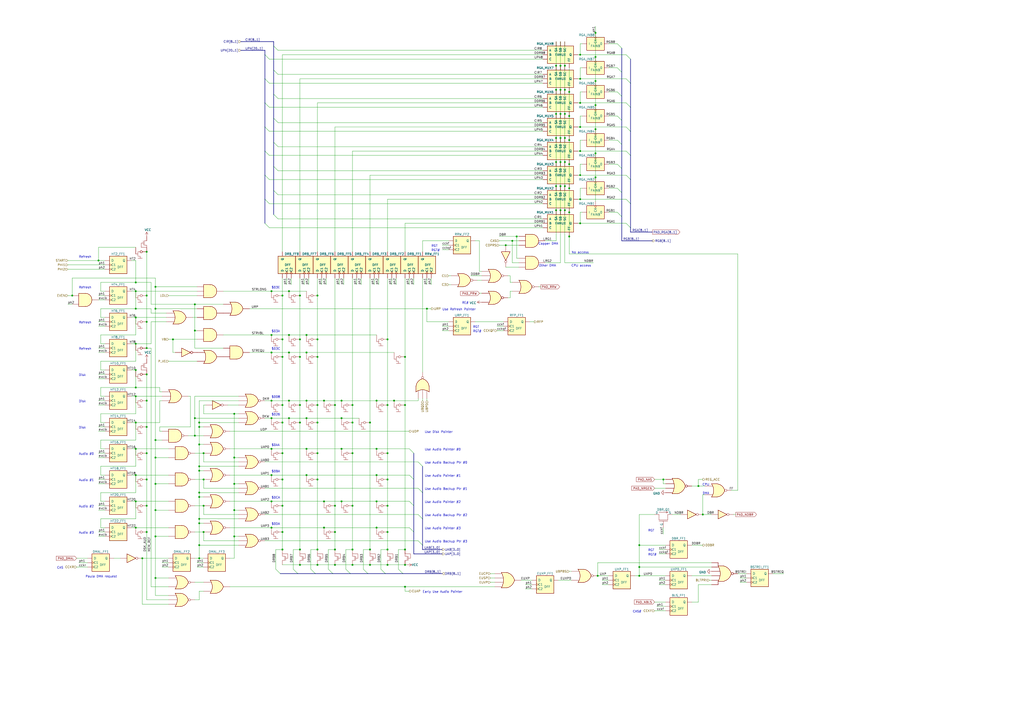
<source format=kicad_sch>
(kicad_sch (version 20211123) (generator eeschema)
  (paper "A2")
  (title_block (title "fixed_dma") (date "2024-01-03") (rev "1") (company "Commodore") (comment 5 "bus: DRB[8:1] DDRB[8:1] UAP[3:0] UAB[3:0]") (comment 6 "bus: PAD_RGA[8:1] RGB[8:1] CIR[8:1] UPA[20:1]"))
  (lib_symbols
    (symbol "NMOS:AND2" (pin_numbers hide) (pin_names (offset 1.016))
      (symbol "AND2_1_1"
        (pin output line (at 7.62 0 180) (length 3.81) (name "~") (number "1"))
        (pin input line (at -7.62 2.54 0) (length 3.81) (name "~") (number "2"))
        (pin input line (at -7.62 -2.54 0) (length 3.81) (name "~") (number "3"))
      )
    )
    (symbol "NMOS:AND3" (pin_numbers hide) (pin_names (offset 1.016))
      (symbol "AND3_1_1"
        (pin output line (at 7.62 0 180) (length 3.81) (name "~") (number "1"))
        (pin input line (at -7.62 2.54 0) (length 3.81) (name "~") (number "2"))
        (pin input line (at -7.62 0 0) (length 3.81) (name "~") (number "3"))
        (pin input line (at -7.62 -2.54 0) (length 3.81) (name "~") (number "4"))
      )
    )
    (symbol "NMOS:DFF" (pin_numbers hide) (pin_names (offset 1.016))
      (property "Reference" "FF" (at -7.62 6.35 0))
      (property "Value" "DFF" (at 1.27 0 0))
      (symbol "DFF_1_1"
        (pin output line (at 7.62 2.54 180) (length 2.54) (name "Q") (number "1"))
        (pin input line (at -7.62 2.54 0) (length 2.54) (name "D") (number "3"))
        (pin input clock (at -7.62 0 0) (length 2.54) (name "C1") (number "4"))
        (pin input clock (at -7.62 -2.54 0) (length 2.54) (name "C2") (number "5"))
      )
    )
    (symbol "NMOS:FAINB" (pin_numbers hide) (pin_names (offset 1.016))
      (property "Reference" "INB" (at -3.81 5.08 0))
      (property "Value" "FAINB" (at 0 -1.27 0))
      (symbol "FAINB_1_1"
        (pin output line (at 7.62 0 180) (length 2.54) (name "O") (number "1"))
        (pin input line (at -7.62 0 0) (length 2.54) (name "I") (number "3"))
        (pin input clock (at 0 6.35 270) (length 2.54) (name "CK") (number "4"))
      )
    )
    (symbol "NMOS:FAMUX" (pin_numbers hide) (pin_names (offset 1.016))
      (property "Reference" "MUX" (at -5.08 6.35 0))
      (property "Value" "FAMUX" (at 0 0 0))
      (symbol "FAMUX_1_1"
        (pin output line (at 10.16 0 180) (length 2.54) (name "Q") (number "1"))
        (pin input line (at -10.16 2.54 0) (length 2.54) (name "A") (number "2"))
        (pin input line (at -10.16 0 0) (length 2.54) (name "B") (number "3"))
        (pin input line (at -10.16 -2.54 0) (length 2.54) (name "C") (number "4"))
        (pin input line (at -2.54 7.62 270) (length 2.54) (name "SA") (number "5"))
        (pin input line (at 0 7.62 270) (length 2.54) (name "SB") (number "6"))
        (pin input line (at 2.54 7.62 270) (length 2.54) (name "SC") (number "7"))
        (pin input line (at 5.08 -7.62 90) (length 2.54) (name "FF") (number "8"))
      )
    )
    (symbol "NMOS:NAND2" (pin_numbers hide) (pin_names (offset 1.016))
      (symbol "NAND2_1_1"
        (pin output inverted (at 7.62 0 180) (length 3.81) (name "~") (number "1"))
        (pin input line (at -7.62 2.54 0) (length 3.81) (name "~") (number "2"))
        (pin input line (at -7.62 -2.54 0) (length 3.81) (name "~") (number "3"))
      )
    )
    (symbol "NMOS:NOR2" (pin_numbers hide) (pin_names (offset 1.016))
      (symbol "NOR2_1_1"
        (pin output inverted (at 7.62 0 180) (length 3.81) (name "~") (number "1"))
        (pin input line (at -7.62 2.54 0) (length 4.318) (name "~") (number "2"))
        (pin input line (at -7.62 -2.54 0) (length 4.318) (name "~") (number "3"))
      )
    )
    (symbol "NMOS:NOR3" (pin_numbers hide) (pin_names (offset 1.016))
      (symbol "NOR3_1_1"
        (pin output inverted (at 7.62 0 180) (length 3.81) (name "~") (number "1"))
        (pin input line (at -7.62 2.54 0) (length 4.318) (name "~") (number "2"))
        (pin input line (at -7.62 0 0) (length 4.953) (name "~") (number "3"))
        (pin input line (at -7.62 -2.54 0) (length 4.318) (name "~") (number "4"))
      )
    )
    (symbol "NMOS:NOR4" (pin_numbers hide) (pin_names (offset 1.016))
      (symbol "NOR4_1_1"
        (pin output inverted (at 7.62 0 180) (length 3.81) (name "~") (number "1"))
        (pin input line (at -7.62 3.81 0) (length 3.81) (name "~") (number "2"))
        (pin input line (at -7.62 1.27 0) (length 4.826) (name "~") (number "3"))
        (pin input line (at -7.62 -1.27 0) (length 4.826) (name "~") (number "4"))
        (pin input line (at -7.62 -3.81 0) (length 3.81) (name "~") (number "5"))
      )
    )
    (symbol "NMOS:NOR6" (pin_numbers hide) (pin_names (offset 1.016))
      (symbol "NOR6_1_1"
        (pin output inverted (at 7.62 0 180) (length 3.81) (name "~") (number "1"))
        (pin input line (at -7.62 6.35 0) (length 3.81) (name "~") (number "2"))
        (pin input line (at -7.62 3.81 0) (length 3.81) (name "~") (number "3"))
        (pin input line (at -7.62 1.27 0) (length 4.826) (name "~") (number "4"))
        (pin input line (at -7.62 -1.27 0) (length 4.826) (name "~") (number "5"))
        (pin input line (at -7.62 -3.81 0) (length 3.81) (name "~") (number "6"))
        (pin input line (at -7.62 -6.35 0) (length 3.81) (name "~") (number "7"))
      )
    )
    (symbol "NMOS:NOT" (pin_numbers hide)
      (symbol "NOT_1_0"
        (pin output inverted (at 6.35 0 180) (length 3.81) (name "~") (number "1"))
        (pin input line (at -6.35 0 0) (length 3.81) (name "~") (number "2"))
      )
    )
    (symbol "NMOS:NOT_OC" (pin_numbers hide)
      (property "Reference" "Q" (at -1.27 3.81 0))
      (symbol "NOT_OC_1_0"
        (pin open_collector inverted (at 6.35 1.27 180) (length 3.81) (name "~") (number "1"))
        (pin input line (at 0 3.81 270) (length 3.81) (name "~") (number "2"))
      )
    )
    (symbol "NMOS:OR2" (pin_numbers hide) (pin_names (offset 1.016))
      (symbol "OR2_1_1"
        (pin output line (at 7.62 0 180) (length 3.81) (name "~") (number "1"))
        (pin input line (at -7.62 2.54 0) (length 4.318) (name "~") (number "2"))
        (pin input line (at -7.62 -2.54 0) (length 4.318) (name "~") (number "3"))
      )
    )
    (symbol "NMOS:OR3" (pin_numbers hide) (pin_names (offset 1.016))
      (symbol "OR3_1_1"
        (pin output line (at 7.62 0 180) (length 3.81) (name "~") (number "1"))
        (pin input line (at -7.62 2.54 0) (length 4.318) (name "~") (number "2"))
        (pin input line (at -7.62 0 0) (length 4.953) (name "~") (number "3"))
        (pin input line (at -7.62 -2.54 0) (length 4.318) (name "~") (number "4"))
      )
    )
    (symbol "NMOS:OR4" (pin_numbers hide) (pin_names (offset 1.016))
      (symbol "OR4_1_1"
        (pin output line (at 7.62 0 180) (length 3.81) (name "~") (number "1"))
        (pin input line (at -7.62 3.81 0) (length 3.81) (name "~") (number "2"))
        (pin input line (at -7.62 1.27 0) (length 4.826) (name "~") (number "3"))
        (pin input line (at -7.62 -1.27 0) (length 4.826) (name "~") (number "4"))
        (pin input line (at -7.62 -3.81 0) (length 3.81) (name "~") (number "5"))
      )
    )
    (symbol "NMOS:PASS" (pin_numbers hide) (pin_names (offset 0))
      (property "Reference" "Q" (at 3.81 1.27 0))
      (symbol "PASS_1_1"
        (pin input line (at 2.54 5.08 270) (length 2.54) (name "D") (number "1"))
        (pin input line (at -5.08 0 0) (length 3.81) (name "G") (number "2"))
        (pin output line (at 2.54 -5.08 90) (length 2.54) (name "S") (number "3"))
      )
    )
    (symbol "NMOS:PULLUP" (pin_numbers hide) (pin_names (offset 0) hide)
      (property "Reference" "R" (at 3.81 1.27 0))
      (symbol "PULLUP_1_1"
        (pin input line (at 2.54 3.81 270) (length 2.54) (name "S") (number "1"))
        (pin open_collector line (at 2.54 -5.08 90) (length 2.54) (name "D") (number "3"))
      )
    )
    (symbol "power:GND" (power) (pin_names (offset 0))
      (property "Value" "GND" (at 0 -3.81 0))
      (symbol "GND_1_1"
        (pin power_in line (at 0 0 270) (length 0) hide (name "GND") (number "1"))
      )
    )
    (symbol "power:VCC" (power) (pin_names (offset 0))
      (property "Value" "VCC" (at 0 3.81 0))
      (symbol "VCC_1_1"
        (pin power_in line (at 0 0 90) (length 0) hide (name "VCC") (number "1"))
      )
    )
  )
  (junction (at 336.55 129.54))
  (junction (at 115.57 247.65))
  (junction (at 325.12 121.92))
  (junction (at 345.44 88.9))
  (junction (at 163.83 196.85))
  (junction (at 218.44 260.35))
  (junction (at 157.48 290.83))
  (junction (at 336.55 87.63))
  (junction (at 113.03 252.73))
  (junction (at 113.03 176.53))
  (junction (at 135.89 311.15))
  (junction (at 85.09 247.65))
  (junction (at 407.67 298.45))
  (junction (at 78.74 168.91))
  (junction (at 322.58 93.98))
  (junction (at 157.48 194.31))
  (junction (at 336.55 59.69))
  (junction (at 325.12 38.1))
  (junction (at 327.66 66.04))
  (junction (at 198.12 290.83))
  (junction (at 157.48 232.41))
  (junction (at 224.79 308.61))
  (junction (at 163.83 262.89))
  (junction (at 204.47 234.95))
  (junction (at 90.17 335.28))
  (junction (at 90.17 280.67))
  (junction (at 118.11 278.13))
  (junction (at 327.66 80.01))
  (junction (at 330.2 81.28))
  (junction (at 115.57 316.23))
  (junction (at 173.99 234.95))
  (junction (at 78.74 306.07))
  (junction (at 325.12 93.98))
  (junction (at 115.57 285.75))
  (junction (at 115.57 303.53))
  (junction (at 85.09 293.37))
  (junction (at 194.31 318.77))
  (junction (at 135.89 240.03))
  (junction (at 218.44 306.07))
  (junction (at 167.64 194.31))
  (junction (at 214.63 245.11))
  (junction (at 118.11 293.37))
  (junction (at 330.2 53.34))
  (junction (at 173.99 207.01))
  (junction (at 234.95 318.77))
  (junction (at 82.55 323.85))
  (junction (at 325.12 52.07))
  (junction (at 345.44 19.05))
  (junction (at 194.31 293.37))
  (junction (at 173.99 245.11))
  (junction (at 194.31 308.61))
  (junction (at 163.83 207.01))
  (junction (at 78.74 275.59))
  (junction (at 163.83 318.77))
  (junction (at 187.96 232.41))
  (junction (at 85.09 171.45))
  (junction (at 78.74 214.63))
  (junction (at 327.66 107.95))
  (junction (at 78.74 290.83))
  (junction (at 327.66 93.98))
  (junction (at 330.2 109.22))
  (junction (at 322.58 52.07))
  (junction (at 327.66 121.92))
  (junction (at 224.79 293.37))
  (junction (at 228.6 232.41))
  (junction (at 163.83 308.61))
  (junction (at 346.71 334.01))
  (junction (at 177.8 232.41))
  (junction (at 85.09 262.89))
  (junction (at 234.95 234.95))
  (junction (at 78.74 184.15))
  (junction (at 100.33 196.85))
  (junction (at 218.44 275.59))
  (junction (at 115.57 245.11))
  (junction (at 327.66 52.07))
  (junction (at 336.55 31.75))
  (junction (at 118.11 262.89))
  (junction (at 118.11 308.61))
  (junction (at 78.74 224.79))
  (junction (at 115.57 300.99))
  (junction (at 115.57 288.29))
  (junction (at 214.63 327.66))
  (junction (at 184.15 327.66))
  (junction (at 204.47 327.66))
  (junction (at 85.09 308.61))
  (junction (at 85.09 146.05))
  (junction (at 78.74 199.39))
  (junction (at 184.15 318.77))
  (junction (at 177.8 242.57))
  (junction (at 85.09 217.17))
  (junction (at 198.12 242.57))
  (junction (at 322.58 80.01))
  (junction (at 157.48 260.35))
  (junction (at 224.79 318.77))
  (junction (at 345.44 74.93))
  (junction (at 370.84 334.01))
  (junction (at 113.03 242.57))
  (junction (at 90.17 166.37))
  (junction (at 90.17 255.27))
  (junction (at 345.44 46.99))
  (junction (at 405.13 281.94))
  (junction (at 345.44 33.02))
  (junction (at 247.65 179.07))
  (junction (at 115.57 257.81))
  (junction (at 322.58 66.04))
  (junction (at 57.15 151.13))
  (junction (at 299.72 137.16))
  (junction (at 90.17 311.15))
  (junction (at 194.31 234.95))
  (junction (at 336.55 73.66))
  (junction (at 297.18 139.7))
  (junction (at 115.57 270.51))
  (junction (at 198.12 260.35))
  (junction (at 224.79 196.85))
  (junction (at 184.15 196.85))
  (junction (at 184.15 207.01))
  (junction (at 184.15 262.89))
  (junction (at 184.15 234.95))
  (junction (at 184.15 245.11))
  (junction (at 184.15 278.13))
  (junction (at 184.15 171.45))
  (junction (at 78.74 163.83))
  (junction (at 85.09 232.41))
  (junction (at 173.99 318.77))
  (junction (at 177.8 275.59))
  (junction (at 41.91 171.45))
  (junction (at 173.99 327.66))
  (junction (at 224.79 234.95))
  (junction (at 204.47 318.77))
  (junction (at 218.44 290.83))
  (junction (at 204.47 262.89))
  (junction (at 135.89 295.91))
  (junction (at 224.79 278.13))
  (junction (at 218.44 232.41))
  (junction (at 325.12 80.01))
  (junction (at 177.8 194.31))
  (junction (at 325.12 66.04))
  (junction (at 322.58 121.92))
  (junction (at 330.2 67.31))
  (junction (at 187.96 306.07))
  (junction (at 115.57 273.05))
  (junction (at 157.48 168.91))
  (junction (at 336.55 45.72))
  (junction (at 157.48 242.57))
  (junction (at 330.2 123.19))
  (junction (at 345.44 102.87))
  (junction (at 325.12 107.95))
  (junction (at 336.55 115.57))
  (junction (at 163.83 245.11))
  (junction (at 214.63 318.77))
  (junction (at 234.95 327.66))
  (junction (at 204.47 245.11))
  (junction (at 327.66 38.1))
  (junction (at 234.95 207.01))
  (junction (at 167.64 168.91))
  (junction (at 330.2 137.16))
  (junction (at 135.89 280.67))
  (junction (at 90.17 179.07))
  (junction (at 85.09 278.13))
  (junction (at 90.17 265.43))
  (junction (at 163.83 171.45))
  (junction (at 322.58 38.1))
  (junction (at 173.99 171.45))
  (junction (at 224.79 262.89))
  (junction (at 370.84 316.23))
  (junction (at 78.74 245.11))
  (junction (at 173.99 196.85))
  (junction (at 163.83 234.95))
  (junction (at 167.64 242.57))
  (junction (at 336.55 101.6))
  (junction (at 224.79 327.66))
  (junction (at 85.09 201.93))
  (junction (at 234.95 340.36))
  (junction (at 198.12 232.41))
  (junction (at 113.03 191.77))
  (junction (at 177.8 260.35))
  (junction (at 157.48 306.07))
  (junction (at 167.64 232.41))
  (junction (at 204.47 293.37))
  (junction (at 345.44 60.96))
  (junction (at 78.74 229.87))
  (junction (at 78.74 179.07))
  (junction (at 370.84 328.93))
  (junction (at 167.64 204.47))
  (junction (at 163.83 278.13))
  (junction (at 384.81 278.13))
  (junction (at 322.58 107.95))
  (junction (at 115.57 323.85))
  (junction (at 163.83 293.37))
  (junction (at 135.89 265.43))
  (junction (at 78.74 260.35))
  (junction (at 330.2 95.25))
  (junction (at 177.8 204.47))
  (junction (at 187.96 290.83))
  (junction (at 85.09 186.69))
  (junction (at 157.48 204.47))
  (junction (at 90.17 295.91))
  (junction (at 293.37 142.24))
  (junction (at 194.31 327.66))
  (junction (at 157.48 275.59))
  (bus_entry (at 153.67 115.57) (size 2.54 2.54))
  (bus_entry (at 360.68 69.85) (size -2.54 -2.54))
  (bus_entry (at 153.67 73.66) (size 2.54 2.54))
  (bus_entry (at 200.66 330.2) (size 2.54 2.54))
  (bus_entry (at 365.76 34.29) (size -2.54 -2.54))
  (bus_entry (at 153.67 87.63) (size 2.54 2.54))
  (bus_entry (at 210.82 330.2) (size 2.54 2.54))
  (bus_entry (at 360.68 83.82) (size -2.54 -2.54))
  (bus_entry (at 190.5 330.2) (size 2.54 2.54))
  (bus_entry (at 360.68 111.76) (size -2.54 -2.54))
  (bus_entry (at 365.76 118.11) (size -2.54 -2.54))
  (bus_entry (at 365.76 90.17) (size -2.54 -2.54))
  (bus_entry (at 365.76 48.26) (size -2.54 -2.54))
  (bus_entry (at 365.76 76.2) (size -2.54 -2.54))
  (bus_entry (at 153.67 31.75) (size 2.54 2.54))
  (bus_entry (at 365.76 132.08) (size -2.54 -2.54))
  (bus_entry (at 160.02 330.2) (size 2.54 2.54))
  (bus_entry (at 220.98 330.2) (size 2.54 2.54))
  (bus_entry (at 237.49 306.07) (size 2.54 2.54))
  (bus_entry (at 237.49 290.83) (size 2.54 2.54))
  (bus_entry (at 237.49 260.35) (size 2.54 2.54))
  (bus_entry (at 237.49 275.59) (size 2.54 2.54))
  (bus_entry (at 153.67 101.6) (size 2.54 2.54))
  (bus_entry (at 153.67 45.72) (size 2.54 2.54))
  (bus_entry (at 365.76 104.14) (size -2.54 -2.54))
  (bus_entry (at 180.34 330.2) (size 2.54 2.54))
  (bus_entry (at 153.67 129.54) (size 2.54 2.54))
  (bus_entry (at 360.68 125.73) (size -2.54 -2.54))
  (bus_entry (at 360.68 97.79) (size -2.54 -2.54))
  (bus_entry (at 170.18 330.2) (size 2.54 2.54))
  (bus_entry (at 158.75 26.67) (size 2.54 2.54))
  (bus_entry (at 158.75 40.64) (size 2.54 2.54))
  (bus_entry (at 158.75 82.55) (size 2.54 2.54))
  (bus_entry (at 158.75 124.46) (size 2.54 2.54))
  (bus_entry (at 158.75 110.49) (size 2.54 2.54))
  (bus_entry (at 158.75 96.52) (size 2.54 2.54))
  (bus_entry (at 158.75 54.61) (size 2.54 2.54))
  (bus_entry (at 158.75 68.58) (size 2.54 2.54))
  (bus_entry (at 242.57 313.69) (size 2.54 2.54))
  (bus_entry (at 242.57 267.97) (size 2.54 2.54))
  (bus_entry (at 242.57 283.21) (size 2.54 2.54))
  (bus_entry (at 242.57 298.45) (size 2.54 2.54))
  (bus_entry (at 360.68 55.88) (size -2.54 -2.54))
  (bus_entry (at 365.76 62.23) (size -2.54 -2.54))
  (bus_entry (at 360.68 27.94) (size -2.54 -2.54))
  (bus_entry (at 153.67 59.69) (size 2.54 2.54))
  (bus_entry (at 231.14 330.2) (size 2.54 2.54))
  (bus_entry (at 360.68 41.91) (size -2.54 -2.54))
  (wire (pts (xy 78.74 209.55) (xy 78.74 199.39)))
  (wire (pts (xy 85.09 308.61) (xy 85.09 347.98)))
  (wire (pts (xy 401.32 334.01) (xy 412.75 334.01)))
  (wire (pts (xy 184.15 318.77) (xy 180.34 318.77)))
  (bus (pts (xy 153.67 31.75) (xy 153.67 45.72)))
  (wire (pts (xy 327.66 38.1) (xy 327.66 52.07)))
  (wire (pts (xy 157.48 275.59) (xy 177.8 275.59)))
  (wire (pts (xy 247.65 186.69) (xy 247.65 179.07)))
  (wire (pts (xy 173.99 234.95) (xy 173.99 245.11)))
  (wire (pts (xy 224.79 161.29) (xy 224.79 196.85)))
  (wire (pts (xy 57.15 204.47) (xy 60.96 204.47)))
  (wire (pts (xy 57.15 247.65) (xy 60.96 247.65)))
  (wire (pts (xy 90.17 255.27) (xy 90.17 265.43)))
  (wire (pts (xy 370.84 334.01) (xy 386.08 334.01)))
  (wire (pts (xy 156.21 104.14) (xy 314.96 104.14)))
  (wire (pts (xy 57.15 278.13) (xy 60.96 278.13)))
  (wire (pts (xy 284.48 332.74) (xy 287.02 332.74)))
  (bus (pts (xy 360.68 69.85) (xy 360.68 83.82)))
  (wire (pts (xy 194.31 161.29) (xy 194.31 234.95)))
  (wire (pts (xy 382.27 318.77) (xy 386.08 318.77)))
  (wire (pts (xy 247.65 179.07) (xy 250.19 179.07)))
  (wire (pts (xy 113.03 229.87) (xy 138.43 229.87)))
  (wire (pts (xy 204.47 245.11) (xy 204.47 262.89)))
  (bus (pts (xy 153.67 59.69) (xy 153.67 73.66)))
  (wire (pts (xy 132.08 234.95) (xy 138.43 234.95)))
  (bus (pts (xy 365.76 134.62) (xy 378.46 134.62)))
  (wire (pts (xy 234.95 340.36) (xy 287.02 340.36)))
  (wire (pts (xy 115.57 285.75) (xy 138.43 285.75)))
  (wire (pts (xy 97.79 340.36) (xy 87.63 340.36)))
  (wire (pts (xy 115.57 257.81) (xy 115.57 270.51)))
  (wire (pts (xy 370.84 316.23) (xy 370.84 328.93)))
  (wire (pts (xy 115.57 232.41) (xy 138.43 232.41)))
  (wire (pts (xy 207.01 165.1) (xy 207.01 161.29)))
  (wire (pts (xy 50.8 328.93) (xy 44.45 328.93)))
  (wire (pts (xy 314.96 115.57) (xy 224.79 115.57)))
  (bus (pts (xy 360.68 27.94) (xy 360.68 41.91)))
  (wire (pts (xy 173.99 327.66) (xy 184.15 327.66)))
  (bus (pts (xy 153.67 45.72) (xy 153.67 59.69)))
  (wire (pts (xy 157.48 290.83) (xy 187.96 290.83)))
  (wire (pts (xy 57.15 293.37) (xy 60.96 293.37)))
  (wire (pts (xy 60.96 290.83) (xy 58.42 290.83)))
  (wire (pts (xy 44.45 323.85) (xy 50.8 323.85)))
  (wire (pts (xy 57.15 189.23) (xy 60.96 189.23)))
  (wire (pts (xy 133.35 323.85) (xy 135.89 323.85)))
  (wire (pts (xy 337.82 81.28) (xy 336.55 81.28)))
  (wire (pts (xy 39.37 153.67) (xy 60.96 153.67)))
  (wire (pts (xy 278.13 139.7) (xy 275.59 139.7)))
  (wire (pts (xy 370.84 298.45) (xy 379.73 298.45)))
  (wire (pts (xy 157.48 306.07) (xy 187.96 306.07)))
  (wire (pts (xy 337.82 67.31) (xy 336.55 67.31)))
  (bus (pts (xy 365.76 48.26) (xy 365.76 62.23)))
  (wire (pts (xy 386.08 280.67) (xy 384.81 280.67)))
  (wire (pts (xy 170.18 318.77) (xy 170.18 330.2)))
  (wire (pts (xy 381 351.79) (xy 386.08 351.79)))
  (wire (pts (xy 118.11 240.03) (xy 118.11 234.95)))
  (wire (pts (xy 184.15 207.01) (xy 184.15 234.95)))
  (wire (pts (xy 184.15 196.85) (xy 184.15 207.01)))
  (wire (pts (xy 184.15 278.13) (xy 184.15 318.77)))
  (wire (pts (xy 57.15 265.43) (xy 60.96 265.43)))
  (wire (pts (xy 293.37 154.94) (xy 300.99 154.94)))
  (wire (pts (xy 58.42 229.87) (xy 58.42 224.79)))
  (wire (pts (xy 210.82 318.77) (xy 210.82 330.2)))
  (wire (pts (xy 346.71 334.01) (xy 353.06 334.01)))
  (wire (pts (xy 60.96 306.07) (xy 58.42 306.07)))
  (wire (pts (xy 58.42 209.55) (xy 78.74 209.55)))
  (wire (pts (xy 224.79 196.85) (xy 224.79 234.95)))
  (wire (pts (xy 161.29 127) (xy 314.96 127)))
  (wire (pts (xy 353.06 81.28) (xy 358.14 81.28)))
  (wire (pts (xy 153.67 232.41) (xy 157.48 232.41)))
  (bus (pts (xy 240.03 278.13) (xy 240.03 293.37)))
  (wire (pts (xy 58.42 260.35) (xy 58.42 255.27)))
  (wire (pts (xy 288.29 191.77) (xy 292.1 191.77)))
  (wire (pts (xy 166.37 165.1) (xy 166.37 161.29)))
  (wire (pts (xy 85.09 247.65) (xy 85.09 262.89)))
  (wire (pts (xy 163.83 31.75) (xy 163.83 146.05)))
  (wire (pts (xy 309.88 186.69) (xy 307.34 186.69)))
  (wire (pts (xy 135.89 311.15) (xy 138.43 311.15)))
  (wire (pts (xy 76.2 306.07) (xy 78.74 306.07)))
  (wire (pts (xy 161.29 113.03) (xy 314.96 113.03)))
  (wire (pts (xy 247.65 232.41) (xy 247.65 231.14)))
  (wire (pts (xy 97.79 171.45) (xy 114.3 171.45)))
  (wire (pts (xy 187.96 232.41) (xy 198.12 232.41)))
  (wire (pts (xy 204.47 234.95) (xy 204.47 245.11)))
  (wire (pts (xy 41.91 171.45) (xy 41.91 161.29)))
  (wire (pts (xy 87.63 199.39) (xy 78.74 199.39)))
  (wire (pts (xy 194.31 327.66) (xy 204.47 327.66)))
  (wire (pts (xy 163.83 318.77) (xy 160.02 318.77)))
  (wire (pts (xy 218.44 290.83) (xy 237.49 290.83)))
  (wire (pts (xy 157.48 168.91) (xy 167.64 168.91)))
  (wire (pts (xy 60.96 260.35) (xy 58.42 260.35)))
  (wire (pts (xy 322.58 121.92) (xy 322.58 139.7)))
  (bus (pts (xy 153.67 87.63) (xy 153.67 101.6)))
  (wire (pts (xy 78.74 184.15) (xy 96.52 184.15)))
  (wire (pts (xy 276.86 162.56) (xy 279.4 162.56)))
  (wire (pts (xy 294.64 160.02) (xy 295.91 160.02)))
  (wire (pts (xy 353.06 25.4) (xy 358.14 25.4)))
  (wire (pts (xy 184.15 171.45) (xy 184.15 196.85)))
  (wire (pts (xy 115.57 300.99) (xy 115.57 303.53)))
  (wire (pts (xy 163.83 207.01) (xy 163.83 234.95)))
  (bus (pts (xy 158.75 110.49) (xy 158.75 124.46)))
  (wire (pts (xy 85.09 171.45) (xy 85.09 186.69)))
  (wire (pts (xy 190.5 318.77) (xy 190.5 330.2)))
  (wire (pts (xy 57.15 186.69) (xy 60.96 186.69)))
  (wire (pts (xy 113.03 308.61) (xy 118.11 308.61)))
  (bus (pts (xy 360.68 139.7) (xy 378.46 139.7)))
  (wire (pts (xy 157.48 232.41) (xy 167.64 232.41)))
  (wire (pts (xy 427.99 284.48) (xy 424.18 284.48)))
  (wire (pts (xy 327.66 80.01) (xy 327.66 93.98)))
  (wire (pts (xy 278.13 157.48) (xy 278.13 139.7)))
  (wire (pts (xy 204.47 87.63) (xy 204.47 146.05)))
  (wire (pts (xy 245.11 139.7) (xy 245.11 146.05)))
  (wire (pts (xy 325.12 24.13) (xy 325.12 38.1)))
  (wire (pts (xy 85.09 293.37) (xy 85.09 308.61)))
  (wire (pts (xy 161.29 43.18) (xy 314.96 43.18)))
  (wire (pts (xy 325.12 66.04) (xy 325.12 80.01)))
  (wire (pts (xy 335.28 101.6) (xy 336.55 101.6)))
  (wire (pts (xy 322.58 52.07) (xy 322.58 66.04)))
  (wire (pts (xy 412.75 339.09) (xy 405.13 339.09)))
  (wire (pts (xy 113.03 191.77) (xy 113.03 201.93)))
  (wire (pts (xy 368.3 334.01) (xy 370.84 334.01)))
  (bus (pts (xy 360.68 55.88) (xy 360.68 69.85)))
  (wire (pts (xy 135.89 295.91) (xy 138.43 295.91)))
  (wire (pts (xy 58.42 245.11) (xy 58.42 240.03)))
  (wire (pts (xy 405.13 278.13) (xy 407.67 278.13)))
  (wire (pts (xy 330.2 109.22) (xy 330.2 123.19)))
  (wire (pts (xy 76.2 275.59) (xy 78.74 275.59)))
  (wire (pts (xy 379.73 349.25) (xy 386.08 349.25)))
  (wire (pts (xy 284.48 335.28) (xy 287.02 335.28)))
  (wire (pts (xy 345.44 19.05) (xy 345.44 15.24)))
  (wire (pts (xy 76.2 260.35) (xy 78.74 260.35)))
  (wire (pts (xy 227.33 165.1) (xy 227.33 161.29)))
  (wire (pts (xy 242.57 231.14) (xy 242.57 232.41)))
  (bus (pts (xy 240.03 262.89) (xy 240.03 278.13)))
  (wire (pts (xy 115.57 270.51) (xy 138.43 270.51)))
  (wire (pts (xy 87.63 176.53) (xy 113.03 176.53)))
  (wire (pts (xy 76.2 214.63) (xy 78.74 214.63)))
  (wire (pts (xy 236.22 327.66) (xy 234.95 327.66)))
  (wire (pts (xy 58.42 285.75) (xy 78.74 285.75)))
  (wire (pts (xy 157.48 194.31) (xy 167.64 194.31)))
  (wire (pts (xy 218.44 232.41) (xy 228.6 232.41)))
  (wire (pts (xy 314.96 73.66) (xy 194.31 73.66)))
  (bus (pts (xy 139.7 29.21) (xy 153.67 29.21)))
  (wire (pts (xy 279.4 157.48) (xy 278.13 157.48)))
  (wire (pts (xy 289.56 137.16) (xy 299.72 137.16)))
  (wire (pts (xy 57.15 311.15) (xy 60.96 311.15)))
  (bus (pts (xy 245.11 285.75) (xy 245.11 300.99)))
  (wire (pts (xy 327.66 152.4) (xy 344.17 152.4)))
  (wire (pts (xy 288.29 189.23) (xy 292.1 189.23)))
  (wire (pts (xy 194.31 293.37) (xy 194.31 308.61)))
  (wire (pts (xy 336.55 129.54) (xy 363.22 129.54)))
  (wire (pts (xy 66.04 323.85) (xy 69.85 323.85)))
  (wire (pts (xy 78.74 260.35) (xy 97.79 260.35)))
  (wire (pts (xy 179.07 165.1) (xy 179.07 161.29)))
  (wire (pts (xy 299.72 149.86) (xy 300.99 149.86)))
  (wire (pts (xy 322.58 38.1) (xy 322.58 52.07)))
  (wire (pts (xy 204.47 293.37) (xy 204.47 318.77)))
  (wire (pts (xy 60.96 229.87) (xy 58.42 229.87)))
  (wire (pts (xy 314.96 59.69) (xy 184.15 59.69)))
  (wire (pts (xy 57.15 217.17) (xy 60.96 217.17)))
  (wire (pts (xy 39.37 171.45) (xy 41.91 171.45)))
  (wire (pts (xy 300.99 139.7) (xy 297.18 139.7)))
  (wire (pts (xy 115.57 273.05) (xy 118.11 273.05)))
  (wire (pts (xy 187.96 290.83) (xy 198.12 290.83)))
  (wire (pts (xy 60.96 214.63) (xy 58.42 214.63)))
  (wire (pts (xy 90.17 265.43) (xy 90.17 280.67)))
  (wire (pts (xy 157.48 260.35) (xy 177.8 260.35)))
  (wire (pts (xy 157.48 242.57) (xy 167.64 242.57)))
  (wire (pts (xy 133.35 260.35) (xy 157.48 260.35)))
  (wire (pts (xy 173.99 196.85) (xy 173.99 207.01)))
  (wire (pts (xy 163.83 196.85) (xy 163.83 207.01)))
  (bus (pts (xy 365.76 104.14) (xy 365.76 118.11)))
  (wire (pts (xy 156.21 34.29) (xy 314.96 34.29)))
  (wire (pts (xy 187.96 306.07) (xy 218.44 306.07)))
  (wire (pts (xy 278.13 170.18) (xy 279.4 170.18)))
  (wire (pts (xy 330.2 95.25) (xy 330.2 109.22)))
  (wire (pts (xy 57.15 234.95) (xy 60.96 234.95)))
  (wire (pts (xy 353.06 109.22) (xy 358.14 109.22)))
  (wire (pts (xy 330.2 53.34) (xy 330.2 67.31)))
  (wire (pts (xy 336.55 25.4) (xy 336.55 31.75)))
  (bus (pts (xy 213.36 332.74) (xy 223.52 332.74)))
  (wire (pts (xy 325.12 121.92) (xy 325.12 152.4)))
  (wire (pts (xy 58.42 194.31) (xy 78.74 194.31)))
  (wire (pts (xy 247.65 186.69) (xy 260.35 186.69)))
  (wire (pts (xy 384.81 309.88) (xy 384.81 306.07)))
  (wire (pts (xy 260.35 165.1) (xy 261.62 165.1)))
  (wire (pts (xy 330.2 123.19) (xy 330.2 137.16)))
  (wire (pts (xy 337.82 109.22) (xy 336.55 109.22)))
  (wire (pts (xy 167.64 204.47) (xy 177.8 204.47)))
  (bus (pts (xy 360.68 97.79) (xy 360.68 111.76)))
  (wire (pts (xy 229.87 165.1) (xy 229.87 161.29)))
  (wire (pts (xy 218.44 275.59) (xy 237.49 275.59)))
  (wire (pts (xy 76.2 229.87) (xy 78.74 229.87)))
  (wire (pts (xy 234.95 234.95) (xy 234.95 318.77)))
  (wire (pts (xy 405.13 339.09) (xy 405.13 349.25)))
  (wire (pts (xy 163.83 161.29) (xy 163.83 171.45)))
  (wire (pts (xy 144.78 179.07) (xy 247.65 179.07)))
  (wire (pts (xy 336.55 45.72) (xy 363.22 45.72)))
  (bus (pts (xy 365.76 76.2) (xy 365.76 90.17)))
  (wire (pts (xy 224.79 327.66) (xy 234.95 327.66)))
  (wire (pts (xy 405.13 349.25) (xy 401.32 349.25)))
  (wire (pts (xy 135.89 265.43) (xy 135.89 280.67)))
  (wire (pts (xy 113.03 191.77) (xy 113.03 176.53)))
  (wire (pts (xy 330.2 39.37) (xy 330.2 53.34)))
  (wire (pts (xy 58.42 275.59) (xy 58.42 270.51)))
  (wire (pts (xy 224.79 115.57) (xy 224.79 146.05)))
  (wire (pts (xy 161.29 99.06) (xy 314.96 99.06)))
  (wire (pts (xy 82.55 323.85) (xy 97.79 323.85)))
  (bus (pts (xy 240.03 308.61) (xy 240.03 321.31)))
  (wire (pts (xy 194.31 318.77) (xy 190.5 318.77)))
  (wire (pts (xy 60.96 199.39) (xy 58.42 199.39)))
  (wire (pts (xy 322.58 80.01) (xy 322.58 93.98)))
  (wire (pts (xy 386.08 354.33) (xy 379.73 354.33)))
  (bus (pts (xy 139.7 24.13) (xy 158.75 24.13)))
  (wire (pts (xy 323.85 336.55) (xy 331.47 336.55)))
  (wire (pts (xy 78.74 270.51) (xy 78.74 260.35)))
  (wire (pts (xy 176.53 165.1) (xy 176.53 161.29)))
  (wire (pts (xy 224.79 278.13) (xy 224.79 293.37)))
  (wire (pts (xy 167.64 242.57) (xy 177.8 242.57)))
  (wire (pts (xy 327.66 52.07) (xy 327.66 66.04)))
  (wire (pts (xy 57.15 173.99) (xy 60.96 173.99)))
  (wire (pts (xy 177.8 194.31) (xy 218.44 194.31)))
  (wire (pts (xy 114.3 166.37) (xy 90.17 166.37)))
  (wire (pts (xy 93.98 326.39) (xy 97.79 326.39)))
  (wire (pts (xy 85.09 186.69) (xy 85.09 201.93)))
  (wire (pts (xy 78.74 224.79) (xy 78.74 214.63)))
  (wire (pts (xy 429.26 337.82) (xy 433.07 337.82)))
  (wire (pts (xy 113.03 337.82) (xy 118.11 337.82)))
  (wire (pts (xy 353.06 39.37) (xy 358.14 39.37)))
  (wire (pts (xy 160.02 318.77) (xy 160.02 330.2)))
  (wire (pts (xy 78.74 143.51) (xy 57.15 143.51)))
  (wire (pts (xy 41.91 161.29) (xy 90.17 161.29)))
  (wire (pts (xy 405.13 281.94) (xy 408.94 281.94)))
  (bus (pts (xy 153.67 29.21) (xy 153.67 31.75)))
  (bus (pts (xy 153.67 115.57) (xy 153.67 129.54)))
  (wire (pts (xy 427.99 147.32) (xy 330.2 147.32)))
  (wire (pts (xy 199.39 165.1) (xy 199.39 161.29)))
  (wire (pts (xy 58.42 224.79) (xy 78.74 224.79)))
  (wire (pts (xy 335.28 45.72) (xy 336.55 45.72)))
  (wire (pts (xy 335.28 115.57) (xy 336.55 115.57)))
  (bus (pts (xy 158.75 40.64) (xy 158.75 54.61)))
  (wire (pts (xy 427.99 284.48) (xy 427.99 147.32)))
  (wire (pts (xy 113.03 242.57) (xy 113.03 252.73)))
  (wire (pts (xy 408.94 287.02) (xy 407.67 287.02)))
  (wire (pts (xy 194.31 234.95) (xy 194.31 293.37)))
  (wire (pts (xy 325.12 93.98) (xy 325.12 107.95)))
  (wire (pts (xy 113.03 252.73) (xy 118.11 252.73)))
  (wire (pts (xy 224.79 262.89) (xy 224.79 278.13)))
  (wire (pts (xy 97.79 196.85) (xy 100.33 196.85)))
  (bus (pts (xy 245.11 318.77) (xy 256.54 318.77)))
  (wire (pts (xy 115.57 232.41) (xy 115.57 245.11)))
  (wire (pts (xy 163.83 278.13) (xy 163.83 293.37)))
  (wire (pts (xy 92.71 245.11) (xy 78.74 245.11)))
  (wire (pts (xy 118.11 278.13) (xy 118.11 283.21)))
  (wire (pts (xy 161.29 85.09) (xy 314.96 85.09)))
  (wire (pts (xy 273.05 160.02) (xy 279.4 160.02)))
  (wire (pts (xy 115.57 257.81) (xy 118.11 257.81)))
  (wire (pts (xy 156.21 62.23) (xy 314.96 62.23)))
  (wire (pts (xy 224.79 318.77) (xy 220.98 318.77)))
  (wire (pts (xy 135.89 240.03) (xy 135.89 265.43)))
  (wire (pts (xy 411.48 336.55) (xy 412.75 336.55)))
  (wire (pts (xy 133.35 290.83) (xy 157.48 290.83)))
  (wire (pts (xy 138.43 313.69) (xy 118.11 313.69)))
  (wire (pts (xy 109.22 252.73) (xy 113.03 252.73)))
  (wire (pts (xy 115.57 303.53) (xy 115.57 316.23)))
  (wire (pts (xy 325.12 52.07) (xy 325.12 66.04)))
  (bus (pts (xy 240.03 293.37) (xy 240.03 308.61)))
  (wire (pts (xy 110.49 229.87) (xy 110.49 247.65)))
  (wire (pts (xy 118.11 283.21) (xy 138.43 283.21)))
  (wire (pts (xy 177.8 204.47) (xy 228.6 204.47)))
  (wire (pts (xy 60.96 275.59) (xy 58.42 275.59)))
  (wire (pts (xy 114.3 191.77) (xy 113.03 191.77)))
  (wire (pts (xy 186.69 165.1) (xy 186.69 161.29)))
  (wire (pts (xy 115.57 285.75) (xy 115.57 288.29)))
  (wire (pts (xy 336.55 115.57) (xy 363.22 115.57)))
  (wire (pts (xy 231.14 318.77) (xy 231.14 330.2)))
  (wire (pts (xy 90.17 311.15) (xy 90.17 335.28)))
  (wire (pts (xy 196.85 165.1) (xy 196.85 161.29)))
  (wire (pts (xy 427.99 332.74) (xy 433.07 332.74)))
  (wire (pts (xy 214.63 245.11) (xy 214.63 318.77)))
  (bus (pts (xy 365.76 34.29) (xy 365.76 48.26)))
  (wire (pts (xy 304.8 341.63) (xy 308.61 341.63)))
  (wire (pts (xy 113.03 176.53) (xy 129.54 176.53)))
  (wire (pts (xy 384.81 278.13) (xy 384.81 280.67)))
  (wire (pts (xy 90.17 280.67) (xy 97.79 280.67)))
  (wire (pts (xy 204.47 262.89) (xy 204.47 293.37)))
  (wire (pts (xy 76.2 245.11) (xy 78.74 245.11)))
  (wire (pts (xy 194.31 73.66) (xy 194.31 146.05)))
  (wire (pts (xy 330.2 147.32) (xy 330.2 137.16)))
  (wire (pts (xy 57.15 280.67) (xy 60.96 280.67)))
  (wire (pts (xy 133.35 250.19) (xy 237.49 250.19)))
  (wire (pts (xy 425.45 298.45) (xy 426.72 298.45)))
  (wire (pts (xy 135.89 295.91) (xy 135.89 311.15)))
  (wire (pts (xy 78.74 285.75) (xy 78.74 275.59)))
  (wire (pts (xy 345.44 19.05) (xy 345.44 33.02)))
  (wire (pts (xy 135.89 280.67) (xy 135.89 295.91)))
  (bus (pts (xy 360.68 125.73) (xy 360.68 139.7)))
  (wire (pts (xy 76.2 290.83) (xy 78.74 290.83)))
  (wire (pts (xy 234.95 342.9) (xy 237.49 342.9)))
  (wire (pts (xy 78.74 194.31) (xy 78.74 184.15)))
  (wire (pts (xy 92.71 250.19) (xy 93.98 250.19)))
  (wire (pts (xy 370.84 328.93) (xy 370.84 334.01)))
  (wire (pts (xy 115.57 342.9) (xy 115.57 347.98)))
  (wire (pts (xy 90.17 311.15) (xy 97.79 311.15)))
  (wire (pts (xy 144.78 204.47) (xy 157.48 204.47)))
  (wire (pts (xy 302.26 336.55) (xy 308.61 336.55)))
  (wire (pts (xy 345.44 46.99) (xy 345.44 60.96)))
  (wire (pts (xy 429.26 335.28) (xy 433.07 335.28)))
  (wire (pts (xy 327.66 121.92) (xy 327.66 152.4)))
  (wire (pts (xy 234.95 207.01) (xy 234.95 234.95)))
  (wire (pts (xy 379.73 283.21) (xy 386.08 283.21)))
  (wire (pts (xy 115.57 323.85) (xy 118.11 323.85)))
  (wire (pts (xy 115.57 245.11) (xy 115.57 247.65)))
  (wire (pts (xy 336.55 53.34) (xy 336.55 59.69)))
  (wire (pts (xy 113.03 262.89) (xy 118.11 262.89)))
  (wire (pts (xy 297.18 152.4) (xy 297.18 139.7)))
  (wire (pts (xy 58.42 199.39) (xy 58.42 194.31)))
  (wire (pts (xy 39.37 156.21) (xy 60.96 156.21)))
  (wire (pts (xy 384.81 278.13) (xy 386.08 278.13)))
  (wire (pts (xy 224.79 308.61) (xy 224.79 318.77)))
  (wire (pts (xy 57.15 232.41) (xy 60.96 232.41)))
  (wire (pts (xy 78.74 151.13) (xy 78.74 163.83)))
  (wire (pts (xy 115.57 300.99) (xy 138.43 300.99)))
  (wire (pts (xy 110.49 247.65) (xy 92.71 247.65)))
  (wire (pts (xy 173.99 171.45) (xy 173.99 196.85)))
  (wire (pts (xy 173.99 207.01) (xy 173.99 234.95)))
  (wire (pts (xy 170.18 318.77) (xy 173.99 318.77)))
  (wire (pts (xy 90.17 295.91) (xy 97.79 295.91)))
  (wire (pts (xy 224.79 293.37) (xy 224.79 308.61)))
  (wire (pts (xy 336.55 39.37) (xy 336.55 45.72)))
  (wire (pts (xy 198.12 232.41) (xy 218.44 232.41)))
  (wire (pts (xy 163.83 234.95) (xy 163.83 245.11)))
  (wire (pts (xy 297.18 168.91) (xy 295.91 168.91)))
  (wire (pts (xy 57.15 308.61) (xy 60.96 308.61)))
  (wire (pts (xy 115.57 270.51) (xy 115.57 273.05)))
  (wire (pts (xy 260.35 160.02) (xy 261.62 160.02)))
  (wire (pts (xy 234.95 161.29) (xy 234.95 207.01)))
  (wire (pts (xy 57.15 171.45) (xy 60.96 171.45)))
  (wire (pts (xy 256.54 142.24) (xy 260.35 142.24)))
  (wire (pts (xy 256.54 144.78) (xy 260.35 144.78)))
  (wire (pts (xy 78.74 168.91) (xy 114.3 168.91)))
  (wire (pts (xy 336.55 95.25) (xy 336.55 101.6)))
  (wire (pts (xy 87.63 181.61) (xy 87.63 179.07)))
  (bus (pts (xy 158.75 82.55) (xy 158.75 96.52)))
  (wire (pts (xy 114.3 328.93) (xy 118.11 328.93)))
  (bus (pts (xy 203.2 332.74) (xy 213.36 332.74)))
  (bus (pts (xy 365.76 62.23) (xy 365.76 76.2)))
  (wire (pts (xy 353.06 123.19) (xy 358.14 123.19)))
  (wire (pts (xy 173.99 161.29) (xy 173.99 171.45)))
  (wire (pts (xy 214.63 318.77) (xy 210.82 318.77)))
  (bus (pts (xy 158.75 68.58) (xy 158.75 82.55)))
  (wire (pts (xy 337.82 53.34) (xy 336.55 53.34)))
  (wire (pts (xy 322.58 66.04) (xy 322.58 80.01)))
  (wire (pts (xy 115.57 347.98) (xy 113.03 347.98)))
  (wire (pts (xy 118.11 313.69) (xy 118.11 308.61)))
  (wire (pts (xy 336.55 59.69) (xy 363.22 59.69)))
  (wire (pts (xy 133.35 275.59) (xy 157.48 275.59)))
  (wire (pts (xy 114.3 326.39) (xy 118.11 326.39)))
  (wire (pts (xy 115.57 245.11) (xy 138.43 245.11)))
  (bus (pts (xy 158.75 54.61) (xy 158.75 68.58)))
  (wire (pts (xy 87.63 186.69) (xy 87.63 199.39)))
  (wire (pts (xy 245.11 139.7) (xy 260.35 139.7)))
  (wire (pts (xy 299.72 137.16) (xy 299.72 149.86)))
  (wire (pts (xy 90.17 179.07) (xy 90.17 255.27)))
  (wire (pts (xy 337.82 39.37) (xy 336.55 39.37)))
  (wire (pts (xy 78.74 151.13) (xy 76.2 151.13)))
  (wire (pts (xy 218.44 260.35) (xy 237.49 260.35)))
  (wire (pts (xy 129.54 201.93) (xy 113.03 201.93)))
  (wire (pts (xy 58.42 214.63) (xy 58.42 209.55)))
  (wire (pts (xy 163.83 171.45) (xy 163.83 196.85)))
  (wire (pts (xy 87.63 186.69) (xy 96.52 186.69)))
  (wire (pts (xy 115.57 247.65) (xy 118.11 247.65)))
  (wire (pts (xy 153.67 242.57) (xy 157.48 242.57)))
  (bus (pts (xy 240.03 321.31) (xy 256.54 321.31)))
  (wire (pts (xy 85.09 146.05) (xy 85.09 171.45)))
  (wire (pts (xy 115.57 288.29) (xy 118.11 288.29)))
  (wire (pts (xy 173.99 45.72) (xy 173.99 146.05)))
  (wire (pts (xy 60.96 184.15) (xy 58.42 184.15)))
  (wire (pts (xy 198.12 260.35) (xy 218.44 260.35)))
  (wire (pts (xy 336.55 81.28) (xy 336.55 87.63)))
  (wire (pts (xy 156.21 76.2) (xy 314.96 76.2)))
  (wire (pts (xy 224.79 234.95) (xy 224.79 262.89)))
  (wire (pts (xy 87.63 179.07) (xy 78.74 179.07)))
  (wire (pts (xy 314.96 129.54) (xy 234.95 129.54)))
  (wire (pts (xy 90.17 345.44) (xy 90.17 335.28)))
  (wire (pts (xy 113.03 278.13) (xy 118.11 278.13)))
  (wire (pts (xy 90.17 179.07) (xy 114.3 179.07)))
  (wire (pts (xy 345.44 33.02) (xy 345.44 46.99)))
  (wire (pts (xy 168.91 165.1) (xy 168.91 161.29)))
  (wire (pts (xy 295.91 172.72) (xy 294.64 172.72)))
  (bus (pts (xy 365.76 118.11) (xy 365.76 132.08)))
  (wire (pts (xy 39.37 151.13) (xy 57.15 151.13)))
  (wire (pts (xy 214.63 161.29) (xy 214.63 245.11)))
  (wire (pts (xy 322.58 24.13) (xy 322.58 38.1)))
  (wire (pts (xy 184.15 59.69) (xy 184.15 146.05)))
  (wire (pts (xy 90.17 166.37) (xy 90.17 161.29)))
  (wire (pts (xy 345.44 74.93) (xy 345.44 88.9)))
  (bus (pts (xy 172.72 332.74) (xy 182.88 332.74)))
  (wire (pts (xy 314.96 87.63) (xy 204.47 87.63)))
  (bus (pts (xy 245.11 300.99) (xy 245.11 316.23)))
  (wire (pts (xy 304.8 339.09) (xy 308.61 339.09)))
  (wire (pts (xy 300.99 152.4) (xy 297.18 152.4)))
  (wire (pts (xy 382.27 339.09) (xy 386.08 339.09)))
  (wire (pts (xy 382.27 336.55) (xy 386.08 336.55)))
  (bus (pts (xy 360.68 41.91) (xy 360.68 55.88)))
  (wire (pts (xy 115.57 316.23) (xy 138.43 316.23)))
  (wire (pts (xy 100.33 196.85) (xy 114.3 196.85)))
  (wire (pts (xy 135.89 280.67) (xy 138.43 280.67)))
  (bus (pts (xy 365.76 132.08) (xy 365.76 134.62)))
  (wire (pts (xy 325.12 38.1) (xy 325.12 52.07)))
  (wire (pts (xy 90.17 295.91) (xy 90.17 311.15)))
  (bus (pts (xy 245.11 270.51) (xy 245.11 285.75)))
  (wire (pts (xy 353.06 53.34) (xy 358.14 53.34)))
  (wire (pts (xy 161.29 29.21) (xy 314.96 29.21)))
  (wire (pts (xy 284.48 337.82) (xy 287.02 337.82)))
  (wire (pts (xy 204.47 327.66) (xy 214.63 327.66)))
  (wire (pts (xy 327.66 107.95) (xy 327.66 121.92)))
  (wire (pts (xy 57.15 151.13) (xy 60.96 151.13)))
  (wire (pts (xy 57.15 295.91) (xy 60.96 295.91)))
  (wire (pts (xy 337.82 95.25) (xy 336.55 95.25)))
  (wire (pts (xy 330.2 67.31) (xy 330.2 81.28)))
  (wire (pts (xy 234.95 340.36) (xy 234.95 342.9)))
  (wire (pts (xy 153.67 298.45) (xy 242.57 298.45)))
  (wire (pts (xy 407.67 287.02) (xy 407.67 298.45)))
  (wire (pts (xy 138.43 298.45) (xy 118.11 298.45)))
  (wire (pts (xy 58.42 240.03) (xy 78.74 240.03)))
  (wire (pts (xy 135.89 311.15) (xy 135.89 323.85)))
  (wire (pts (xy 335.28 129.54) (xy 336.55 129.54)))
  (wire (pts (xy 113.03 242.57) (xy 138.43 242.57)))
  (wire (pts (xy 58.42 300.99) (xy 78.74 300.99)))
  (wire (pts (xy 220.98 318.77) (xy 220.98 330.2)))
  (bus (pts (xy 153.67 101.6) (xy 153.67 115.57)))
  (wire (pts (xy 237.49 165.1) (xy 237.49 161.29)))
  (wire (pts (xy 85.09 262.89) (xy 85.09 278.13)))
  (wire (pts (xy 118.11 267.97) (xy 138.43 267.97)))
  (wire (pts (xy 57.15 219.71) (xy 60.96 219.71)))
  (wire (pts (xy 157.48 204.47) (xy 167.64 204.47)))
  (wire (pts (xy 118.11 342.9) (xy 115.57 342.9)))
  (wire (pts (xy 214.63 101.6) (xy 214.63 146.05)))
  (wire (pts (xy 336.55 31.75) (xy 363.22 31.75)))
  (wire (pts (xy 153.67 283.21) (xy 242.57 283.21)))
  (wire (pts (xy 382.27 321.31) (xy 386.08 321.31)))
  (wire (pts (xy 177.8 232.41) (xy 187.96 232.41)))
  (wire (pts (xy 184.15 234.95) (xy 184.15 245.11)))
  (bus (pts (xy 360.68 111.76) (xy 360.68 125.73)))
  (wire (pts (xy 90.17 265.43) (xy 97.79 265.43)))
  (wire (pts (xy 405.13 281.94) (xy 405.13 278.13)))
  (bus (pts (xy 365.76 90.17) (xy 365.76 104.14)))
  (wire (pts (xy 58.42 306.07) (xy 58.42 300.99)))
  (wire (pts (xy 113.03 293.37) (xy 118.11 293.37)))
  (wire (pts (xy 214.63 327.66) (xy 224.79 327.66)))
  (wire (pts (xy 295.91 160.02) (xy 295.91 163.83)))
  (wire (pts (xy 198.12 242.57) (xy 208.28 242.57)))
  (wire (pts (xy 133.35 340.36) (xy 234.95 340.36)))
  (wire (pts (xy 78.74 300.99) (xy 78.74 290.83)))
  (wire (pts (xy 335.28 59.69) (xy 336.55 59.69)))
  (wire (pts (xy 135.89 265.43) (xy 138.43 265.43)))
  (wire (pts (xy 184.15 161.29) (xy 184.15 171.45)))
  (wire (pts (xy 300.99 137.16) (xy 299.72 137.16)))
  (wire (pts (xy 97.79 209.55) (xy 114.3 209.55)))
  (wire (pts (xy 135.89 240.03) (xy 118.11 240.03)))
  (wire (pts (xy 189.23 165.1) (xy 189.23 161.29)))
  (wire (pts (xy 78.74 179.07) (xy 78.74 168.91)))
  (wire (pts (xy 401.32 281.94) (xy 405.13 281.94)))
  (wire (pts (xy 118.11 262.89) (xy 118.11 267.97)))
  (wire (pts (xy 297.18 139.7) (xy 289.56 139.7)))
  (wire (pts (xy 78.74 163.83) (xy 87.63 163.83)))
  (wire (pts (xy 57.15 262.89) (xy 60.96 262.89)))
  (wire (pts (xy 58.42 270.51) (xy 78.74 270.51)))
  (wire (pts (xy 163.83 293.37) (xy 163.83 308.61)))
  (wire (pts (xy 92.71 232.41) (xy 93.98 232.41)))
  (wire (pts (xy 336.55 87.63) (xy 363.22 87.63)))
  (bus (pts (xy 158.75 96.52) (xy 158.75 110.49)))
  (wire (pts (xy 198.12 290.83) (xy 218.44 290.83)))
  (wire (pts (xy 370.84 316.23) (xy 386.08 316.23)))
  (wire (pts (xy 163.83 308.61) (xy 163.83 318.77)))
  (wire (pts (xy 92.71 227.33) (xy 92.71 224.79)))
  (wire (pts (xy 327.66 66.04) (xy 327.66 80.01)))
  (wire (pts (xy 412.75 328.93) (xy 370.84 328.93)))
  (wire (pts (xy 234.95 318.77) (xy 231.14 318.77)))
  (wire (pts (xy 135.89 240.03) (xy 138.43 240.03)))
  (wire (pts (xy 58.42 184.15) (xy 58.42 179.07)))
  (wire (pts (xy 156.21 48.26) (xy 314.96 48.26)))
  (wire (pts (xy 184.15 262.89) (xy 184.15 278.13)))
  (wire (pts (xy 336.55 67.31) (xy 336.55 73.66)))
  (wire (pts (xy 58.42 163.83) (xy 58.42 168.91)))
  (wire (pts (xy 327.66 24.13) (xy 327.66 38.1)))
  (wire (pts (xy 177.8 260.35) (xy 198.12 260.35)))
  (wire (pts (xy 184.15 245.11) (xy 184.15 262.89)))
  (wire (pts (xy 167.64 194.31) (xy 177.8 194.31)))
  (wire (pts (xy 100.33 204.47) (xy 101.6 204.47)))
  (wire (pts (xy 337.82 123.19) (xy 336.55 123.19)))
  (wire (pts (xy 335.28 87.63) (xy 336.55 87.63)))
  (wire (pts (xy 115.57 303.53) (xy 118.11 303.53)))
  (wire (pts (xy 87.63 201.93) (xy 87.63 340.36)))
  (wire (pts (xy 97.79 335.28) (xy 90.17 335.28)))
  (wire (pts (xy 58.42 255.27) (xy 78.74 255.27)))
  (wire (pts (xy 156.21 90.17) (xy 314.96 90.17)))
  (wire (pts (xy 325.12 152.4) (xy 316.23 152.4)))
  (wire (pts (xy 78.74 290.83) (xy 97.79 290.83)))
  (wire (pts (xy 275.59 186.69) (xy 292.1 186.69)))
  (wire (pts (xy 295.91 168.91) (xy 295.91 172.72)))
  (wire (pts (xy 313.69 166.37) (xy 312.42 166.37)))
  (wire (pts (xy 78.74 163.83) (xy 58.42 163.83)))
  (bus (pts (xy 233.68 332.74) (xy 256.54 332.74)))
  (wire (pts (xy 58.42 179.07) (xy 78.74 179.07)))
  (bus (pts (xy 245.11 316.23) (xy 245.11 318.77)))
  (wire (pts (xy 245.11 215.9) (xy 245.11 161.29)))
  (wire (pts (xy 218.44 306.07) (xy 237.49 306.07)))
  (bus (pts (xy 153.67 73.66) (xy 153.67 87.63)))
  (bus (pts (xy 360.68 83.82) (xy 360.68 97.79)))
  (wire (pts (xy 100.33 196.85) (xy 100.33 204.47)))
  (wire (pts (xy 97.79 345.44) (xy 90.17 345.44)))
  (wire (pts (xy 156.21 118.11) (xy 314.96 118.11)))
  (wire (pts (xy 314.96 31.75) (xy 163.83 31.75)))
  (wire (pts (xy 78.74 229.87) (xy 93.98 229.87)))
  (wire (pts (xy 293.37 142.24) (xy 300.99 142.24)))
  (wire (pts (xy 412.75 326.39) (xy 346.71 326.39)))
  (wire (pts (xy 330.2 331.47) (xy 331.47 331.47)))
  (wire (pts (xy 345.44 88.9) (xy 345.44 102.87)))
  (wire (pts (xy 82.55 350.52) (xy 97.79 350.52)))
  (wire (pts (xy 163.83 327.66) (xy 173.99 327.66)))
  (wire (pts (xy 379.73 278.13) (xy 384.81 278.13)))
  (wire (pts (xy 78.74 275.59) (xy 97.79 275.59)))
  (wire (pts (xy 82.55 350.52) (xy 82.55 323.85)))
  (wire (pts (xy 177.8 275.59) (xy 218.44 275.59)))
  (wire (pts (xy 78.74 306.07) (xy 97.79 306.07)))
  (wire (pts (xy 180.34 318.77) (xy 180.34 330.2)))
  (wire (pts (xy 115.57 247.65) (xy 115.57 257.81)))
  (wire (pts (xy 118.11 298.45) (xy 118.11 293.37)))
  (wire (pts (xy 85.09 217.17) (xy 85.09 232.41)))
  (wire (pts (xy 314.96 45.72) (xy 173.99 45.72)))
  (wire (pts (xy 85.09 232.41) (xy 85.09 247.65)))
  (wire (pts (xy 330.2 81.28) (xy 330.2 95.25)))
  (bus (pts (xy 193.04 332.74) (xy 203.2 332.74)))
  (wire (pts (xy 92.71 227.33) (xy 93.98 227.33)))
  (wire (pts (xy 336.55 101.6) (xy 363.22 101.6)))
  (wire (pts (xy 337.82 25.4) (xy 336.55 25.4)))
  (wire (pts (xy 129.54 194.31) (xy 157.48 194.31)))
  (wire (pts (xy 153.67 313.69) (xy 242.57 313.69)))
  (wire (pts (xy 153.67 267.97) (xy 242.57 267.97)))
  (wire (pts (xy 92.71 232.41) (xy 92.71 245.11)))
  (wire (pts (xy 325.12 80.01) (xy 325.12 93.98)))
  (wire (pts (xy 353.06 95.25) (xy 358.14 95.25)))
  (wire (pts (xy 113.03 323.85) (xy 115.57 323.85)))
  (wire (pts (xy 161.29 71.12) (xy 314.96 71.12)))
  (wire (pts (xy 370.84 298.45) (xy 370.84 316.23)))
  (wire (pts (xy 85.09 278.13) (xy 85.09 293.37)))
  (wire (pts (xy 39.37 176.53) (xy 41.91 176.53)))
  (wire (pts (xy 115.57 316.23) (xy 115.57 323.85)))
  (wire (pts (xy 113.03 229.87) (xy 113.03 242.57)))
  (wire (pts (xy 129.54 168.91) (xy 157.48 168.91)))
  (wire (pts (xy 115.57 273.05) (xy 115.57 285.75)))
  (wire (pts (xy 250.19 165.1) (xy 250.19 161.29)))
  (wire (pts (xy 345.44 60.96) (xy 345.44 74.93)))
  (wire (pts (xy 256.54 191.77) (xy 260.35 191.77)))
  (wire (pts (xy 289.56 142.24) (xy 293.37 142.24)))
  (wire (pts (xy 184.15 327.66) (xy 194.31 327.66)))
  (wire (pts (xy 407.67 298.45) (xy 412.75 298.45)))
  (wire (pts (xy 204.47 161.29) (xy 204.47 234.95)))
  (wire (pts (xy 322.58 107.95) (xy 322.58 121.92)))
  (wire (pts (xy 173.99 245.11) (xy 173.99 318.77)))
  (bus (pts (xy 158.75 24.13) (xy 158.75 26.67)))
  (bus (pts (xy 162.56 332.74) (xy 172.72 332.74)))
  (wire (pts (xy 57.15 143.51) (xy 57.15 151.13)))
  (wire (pts (xy 349.25 336.55) (xy 353.06 336.55)))
  (wire (pts (xy 219.71 165.1) (xy 219.71 161.29)))
  (wire (pts (xy 325.12 107.95) (xy 325.12 121.92)))
  (wire (pts (xy 448.31 332.74) (xy 454.66 332.74)))
  (wire (pts (xy 167.64 232.41) (xy 177.8 232.41)))
  (wire (pts (xy 78.74 240.03) (xy 78.74 229.87)))
  (wire (pts (xy 242.57 232.41) (xy 228.6 232.41)))
  (wire (pts (xy 45.72 326.39) (xy 50.8 326.39)))
  (wire (pts (xy 156.21 132.08) (xy 314.96 132.08)))
  (wire (pts (xy 97.79 347.98) (xy 85.09 347.98)))
  (wire (pts (xy 353.06 67.31) (xy 358.14 67.31)))
  (wire (pts (xy 346.71 326.39) (xy 346.71 334.01)))
  (wire (pts (xy 90.17 280.67) (xy 90.17 295.91)))
  (wire (pts (xy 90.17 255.27) (xy 93.98 255.27)))
  (wire (pts (xy 177.8 242.57) (xy 198.12 242.57)))
  (wire (pts (xy 76.2 168.91) (xy 78.74 168.91)))
  (wire (pts (xy 57.15 250.19) (xy 60.96 250.19)))
  (wire (pts (xy 327.66 93.98) (xy 327.66 107.95)))
  (wire (pts (xy 217.17 165.1) (xy 217.17 161.29)))
  (wire (pts (xy 335.28 73.66) (xy 336.55 73.66)))
  (wire (pts (xy 78.74 255.27) (xy 78.74 245.11)))
  (wire (pts (xy 345.44 102.87) (xy 345.44 116.84)))
  (wire (pts (xy 234.95 129.54) (xy 234.95 146.05)))
  (wire (pts (xy 60.96 168.91) (xy 58.42 168.91)))
  (wire (pts (xy 247.65 165.1) (xy 247.65 161.29)))
  (wire (pts (xy 322.58 139.7) (xy 316.23 139.7)))
  (wire (pts (xy 336.55 109.22) (xy 336.55 115.57)))
  (wire (pts (xy 295.91 163.83) (xy 297.18 163.83)))
  (bus (pts (xy 158.75 26.67) (xy 158.75 40.64)))
  (wire (pts (xy 58.42 290.83) (xy 58.42 285.75)))
  (wire (pts (xy 349.25 339.09) (xy 353.06 339.09)))
  (wire (pts (xy 109.22 229.87) (xy 110.49 229.87)))
  (wire (pts (xy 92.71 247.65) (xy 92.71 250.19)))
  (wire (pts (xy 336.55 123.19) (xy 336.55 129.54)))
  (wire (pts (xy 240.03 165.1) (xy 240.03 161.29)))
  (wire (pts (xy 322.58 93.98) (xy 322.58 107.95)))
  (wire (pts (xy 335.28 31.75) (xy 336.55 31.75)))
  (wire (pts (xy 401.32 316.23) (xy 407.67 316.23)))
  (wire (pts (xy 114.3 184.15) (xy 111.76 184.15)))
  (wire (pts (xy 256.54 189.23) (xy 260.35 189.23)))
  (bus (pts (xy 223.52 332.74) (xy 233.68 332.74)))
  (wire (pts (xy 76.2 184.15) (xy 78.74 184.15)))
  (wire (pts (xy 92.71 224.79) (xy 78.74 224.79)))
  (wire (pts (xy 163.83 245.11) (xy 163.83 262.89)))
  (wire (pts (xy 57.15 201.93) (xy 60.96 201.93)))
  (wire (pts (xy 163.83 262.89) (xy 163.83 278.13)))
  (wire (pts (xy 314.96 101.6) (xy 214.63 101.6)))
  (wire (pts (xy 115.57 288.29) (xy 115.57 300.99)))
  (wire (pts (xy 87.63 181.61) (xy 96.52 181.61)))
  (wire (pts (xy 161.29 57.15) (xy 314.96 57.15)))
  (wire (pts (xy 200.66 318.77) (xy 200.66 330.2)))
  (wire (pts (xy 133.35 306.07) (xy 157.48 306.07)))
  (wire (pts (xy 85.09 201.93) (xy 87.63 201.93)))
  (wire (pts (xy 209.55 165.1) (xy 209.55 161.29)))
  (wire (pts (xy 93.98 328.93) (xy 97.79 328.93)))
  (wire (pts (xy 204.47 318.77) (xy 200.66 318.77)))
  (wire (pts (xy 76.2 199.39) (xy 78.74 199.39)))
  (wire (pts (xy 167.64 168.91) (xy 177.8 168.91)))
  (wire (pts (xy 90.17 166.37) (xy 90.17 179.07)))
  (wire (pts (xy 87.63 176.53) (xy 87.63 163.83)))
  (wire (pts (xy 194.31 308.61) (xy 194.31 318.77)))
  (wire (pts (xy 389.89 298.45) (xy 394.97 298.45)))
  (bus (pts (xy 182.88 332.74) (xy 193.04 332.74)))
  (wire (pts (xy 336.55 73.66) (xy 363.22 73.66)))
  (wire (pts (xy 245.11 232.41) (xy 245.11 231.14)))
  (wire (pts (xy 118.11 234.95) (xy 119.38 234.95)))
  (wire (pts (xy 60.96 245.11) (xy 58.42 245.11)))
  (text "$0DA" (at 157.48 304.8 0) (effects (font (size 1.27 1.27)) (justify left bottom)))
  (text "RE#" (at 267.97 176.53 0) (effects (font (size 1.27 1.27)) (justify left bottom)))
  (text "DMA" (at 411.48 287.02 180) (effects (font (size 1.27 1.27)) (justify right bottom)))
  (text "Copper DMA" (at 323.85 142.24 180) (effects (font (size 1.27 1.27)) (justify right bottom)))
  (text "Disk" (at 45.72 233.68 0) (effects (font (size 1.27 1.27)) (justify left bottom)))
  (text "Audio #3" (at 45.72 309.88 0) (effects (font (size 1.27 1.27)) (justify left bottom)))
  (text "Audio #0" (at 45.72 264.16 0) (effects (font (size 1.27 1.27)) (justify left bottom)))
  (text "$026" (at 157.48 241.3 0) (effects (font (size 1.27 1.27)) (justify left bottom)))
  (text "$0CA" (at 157.48 289.56 0) (effects (font (size 1.27 1.27)) (justify left bottom)))
  (text "Use Audio Pointer #3" (at 246.38 307.34 0) (effects (font (size 1.27 1.27)) (justify left bottom)))
  (text "CAS" (at 33.02 330.2 0) (effects (font (size 1.27 1.27)) (justify left bottom)))
  (text "Use Audio Pointer #1" (at 246.38 276.86 0) (effects (font (size 1.27 1.27)) (justify left bottom)))
  (text "RGT" (at 375.92 308.61 0) (effects (font (size 1.27 1.27)) (justify left bottom)))
  (text "CPU access" (at 342.9 154.94 180) (effects (font (size 1.27 1.27)) (justify right bottom)))
  (text "Refresh" (at 45.72 149.86 0) (effects (font (size 1.27 1.27)) (justify left bottom)))
  (text "Other DMA" (at 322.58 154.94 180) (effects (font (size 1.27 1.27)) (justify right bottom)))
  (text "RGT#" (at 274.32 193.04 0) (effects (font (size 1.27 1.27)) (justify left bottom)))
  (text "Paula DMA request" (at 49.53 335.28 0) (effects (font (size 1.27 1.27)) (justify left bottom)))
  (text "$0AA" (at 157.48 259.08 0) (effects (font (size 1.27 1.27)) (justify left bottom)))
  (text "Use Disk Pointer" (at 246.38 251.46 0) (effects (font (size 1.27 1.27)) (justify left bottom)))
  (text "Use Audio Backup Ptr #3" (at 246.38 314.96 0) (effects (font (size 1.27 1.27)) (justify left bottom)))
  (text "RGT" (at 250.19 143.51 0) (effects (font (size 1.27 1.27)) (justify left bottom)))
  (text "$03E" (at 157.48 167.64 0) (effects (font (size 1.27 1.27)) (justify left bottom)))
  (text "$03C" (at 157.48 203.2 0) (effects (font (size 1.27 1.27)) (justify left bottom)))
  (text "RGT#" (at 250.19 146.05 0) (effects (font (size 1.27 1.27)) (justify left bottom)))
  (text "Audio #1" (at 45.72 279.4 0) (effects (font (size 1.27 1.27)) (justify left bottom)))
  (text "$0BA" (at 157.48 274.32 0) (effects (font (size 1.27 1.27)) (justify left bottom)))
  (text "No access" (at 341.63 147.32 180) (effects (font (size 1.27 1.27)) (justify right bottom)))
  (text "RGT" (at 274.32 190.5 0) (effects (font (size 1.27 1.27)) (justify left bottom)))
  (text "CPU" (at 411.48 281.94 180) (effects (font (size 1.27 1.27)) (justify right bottom)))
  (text "Disk" (at 45.72 218.44 0) (effects (font (size 1.27 1.27)) (justify left bottom)))
  (text "Early Use Audio Pointer" (at 245.11 344.17 0) (effects (font (size 1.27 1.27)) (justify left bottom)))
  (text "$008" (at 157.48 231.14 0) (effects (font (size 1.27 1.27)) (justify left bottom)))
  (text "RGT" (at 375.92 320.04 0) (effects (font (size 1.27 1.27)) (justify left bottom)))
  (text "Use Audio Pointer #0" (at 246.38 261.62 0) (effects (font (size 1.27 1.27)) (justify left bottom)))
  (text "Use Audio Backup Ptr #2" (at 246.38 299.72 0) (effects (font (size 1.27 1.27)) (justify left bottom)))
  (text "RGT#" (at 375.92 322.58 0) (effects (font (size 1.27 1.27)) (justify left bottom)))
  (text "CAS#" (at 367.03 355.6 0) (effects (font (size 1.27 1.27)) (justify left bottom)))
  (text "Use Audio Backup Ptr #1" (at 246.38 284.48 0) (effects (font (size 1.27 1.27)) (justify left bottom)))
  (text "Audio #2" (at 45.72 294.64 0) (effects (font (size 1.27 1.27)) (justify left bottom)))
  (text "Refresh" (at 45.72 203.2 0) (effects (font (size 1.27 1.27)) (justify left bottom)))
  (text "$03A" (at 157.48 193.04 0) (effects (font (size 1.27 1.27)) (justify left bottom)))
  (text "Use Audio Pointer #2" (at 246.38 292.1 0) (effects (font (size 1.27 1.27)) (justify left bottom)))
  (text "Disk" (at 45.72 248.92 0) (effects (font (size 1.27 1.27)) (justify left bottom)))
  (text "Use Refresh Pointer" (at 256.54 180.34 0) (effects (font (size 1.27 1.27)) (justify left bottom)))
  (text "Use Audio Backup Ptr #0" (at 246.38 269.24 0) (effects (font (size 1.27 1.27)) (justify left bottom)))
  (text "Refresh" (at 45.72 187.96 0) (effects (font (size 1.27 1.27)) (justify left bottom)))
  (text "Refresh" (at 45.72 167.64 0) (effects (font (size 1.27 1.27)) (justify left bottom)))
  (label "evclk" (at 57.15 219.71 0))
  (label "DRB7" (at 170.18 326.39 90))
  (label "ph1" (at 114.3 326.39 0))
  (label "HT20" (at 78.74 290.83 180))
  (label "ph1" (at 186.69 165.1 90))
  (label "ph1" (at 57.15 201.93 0))
  (label "EUXP" (at 307.34 336.55 180))
  (label "evclk" (at 57.15 204.47 0))
  (label "UPA8" (at 309.88 34.29 0))
  (label "HT10" (at 78.74 214.63 180))
  (label "ph1" (at 381 351.79 0))
  (label "ph1" (at 176.53 165.1 90))
  (label "RGA1" (at 356.87 129.54 180))
  (label "cckr" (at 45.72 328.93 0))
  (label "DSK_AUD" (at 85.09 320.04 90))
  (label "ph2" (at 209.55 165.1 90))
  (label "RGA8" (at 356.87 31.75 180))
  (label "NDBR" (at 391.16 298.45 0))
  (label "ph1" (at 45.72 326.39 0))
  (label "ph1" (at 227.33 165.1 90))
  (label "DDBR" (at 406.4 316.23 180))
  (label "DRB1" (at 231.14 326.39 90))
  (label "RGA4" (at 356.87 87.63 180))
  (label "ph1" (at 237.49 165.1 90))
  (label "RGA5" (at 356.87 73.66 180))
  (label "ph2" (at 39.37 176.53 0))
  (label "DDRB8" (at 309.88 31.75 0))
  (label "CIR4" (at 309.88 85.09 0))
  (label "HT14" (at 78.74 245.11 180))
  (label "UXPD" (at 378.46 334.01 180))
  (label "UAB1" (at 156.21 283.21 180))
  (label "ph1" (at 247.65 165.1 90))
  (label "ph2" (at 219.71 165.1 90))
  (label "cckqf" (at 288.29 191.77 0))
  (label "RGB[8..1]" (at 370.84 139.7 180))
  (label "ph1" (at 256.54 189.23 0))
  (label "RGA6" (at 356.87 59.69 180))
  (label "DKW" (at 156.21 242.57 180))
  (label "RGA[8..1]" (at 375.92 134.62 180))
  (label "MEM_REF" (at 87.63 320.04 90))
  (label "DRB5" (at 190.5 326.39 90))
  (label "BSTREQ" (at 454.66 332.74 180))
  (label "ph1" (at 57.15 278.13 0))
  (label "LRG1" (at 320.04 139.7 180))
  (label "ph1" (at 217.17 165.1 90))
  (label "STRLONG" (at 146.05 168.91 0))
  (label "UPA6" (at 309.88 62.23 0))
  (label "UAB0" (at 156.21 267.97 180))
  (label "RGA7" (at 356.87 45.72 180))
  (label "cckf" (at 288.29 189.23 0))
  (label "UAP1" (at 156.21 275.59 180))
  (label "CIR1" (at 309.88 127 0))
  (label "RGB8" (at 356.87 25.4 180))
  (label "EUXPD" (at 331.47 336.55 180))
  (label "DDRB7" (at 309.88 45.72 0))
  (label "DDRB4" (at 309.88 87.63 0))
  (label "ph2" (at 304.8 341.63 0))
  (label "DDRB5" (at 309.88 73.66 0))
  (label "ph2" (at 93.98 328.93 0))
  (label "evclk" (at 57.15 295.91 0))
  (label "cckf" (at 256.54 142.24 0))
  (label "CIR6" (at 309.88 57.15 0))
  (label "HT6" (at 78.74 184.15 180))
  (label "evclk" (at 57.15 173.99 0))
  (label "cckf" (at 382.27 318.77 0))
  (label "cckf" (at 384.81 309.88 90))
  (label "ph2" (at 57.15 156.21 0))
  (label "evclk" (at 57.15 250.19 0))
  (label "DRB2" (at 220.98 326.39 90))
  (label "CIR[8..1]" (at 142.24 24.13 0))
  (label "evclk" (at 57.15 234.95 0))
  (label "UPA7" (at 309.8267 48.26 0))
  (label "cckqf" (at 256.54 144.78 0))
  (label "ph1" (at 57.15 217.17 0))
  (label "ph1" (at 57.15 247.65 0))
  (label "DDRB1" (at 309.88 129.54 0))
  (label "DKR" (at 156.21 232.41 180))
  (label "LRG2" (at 320.04 152.4 180))
  (label "UAB3" (at 156.21 313.69 180))
  (label "RGB3" (at 356.87 95.25 180))
  (label "ph2" (at 168.91 165.1 90))
  (label "RGB5" (at 356.87 67.31 180))
  (label "UAP[3..0]" (at 255.27 321.31 180))
  (label "HT12" (at 78.74 229.87 180))
  (label "ph2" (at 382.27 339.09 0))
  (label "evclk" (at 57.15 280.67 0))
  (label "RGB6" (at 356.87 53.34 180))
  (label "DDRB6" (at 309.88 59.69 0))
  (label "ph1" (at 304.8 339.09 0))
  (label "STREQU" (at 146.05 204.47 0))
  (label "evclk" (at 57.15 265.43 0))
  (label "HT22" (at 78.74 306.07 180))
  (label "ph2" (at 179.07 165.1 90))
  (label "ph1" (at 57.15 186.69 0))
  (label "DRB6" (at 180.34 326.39 90))
  (label "CIR7" (at 309.88 43.18 0))
  (label "ph1" (at 57.15 153.67 0))
  (label "UAP3" (at 156.21 306.07 180))
  (label "ph2" (at 256.54 191.77 0))
  (label "RGA2" (at 356.87 115.57 180))
  (label "ph2" (at 189.23 165.1 90))
  (label "CIR3" (at 309.88 99.06 0))
  (label "DDRB2" (at 309.88 115.57 0))
  (label "DRB3" (at 210.82 326.39 90))
  (label "DBR" (at 410.21 298.45 0))
  (label "HT16" (at 78.74 260.35 180))
  (label "UXP" (at 351.79 334.01 180))
  (label "ph1" (at 196.85 165.1 90))
  (label "UAB2" (at 156.21 298.45 180))
  (label "ph1" (at 382.27 336.55 0))
  (label "ph2" (at 429.26 337.82 0))
  (label "DRB8" (at 160.02 326.39 90))
  (label "UPA2" (at 309.88 118.11 0))
  (label "HT18" (at 78.74 275.59 180))
  (label "BSTREI" (at 433.07 332.74 180))
  (label "UPA5" (at 309.88 76.2 0))
  (label "UAP2" (at 156.21 290.83 180))
  (label "UDP" (at 154.94 250.19 180))
  (label "CIR8" (at 309.88 29.21 0))
  (label "ph1" (at 57.15 308.61 0))
  (label "NDBR" (at 344.17 152.4 180))
  (label "UPA3" (at 309.88 104.14 0))
  (label "ph1" (at 345.44 15.24 270))
  (label "UPA1" (at 309.88 132.08 0))
  (label "ph1" (at 166.37 165.1 90))
  (label "UPA4" (at 309.88 90.17 0))
  (label "DBR" (at 289.56 137.16 0))
  (label "ph1" (at 57.15 232.41 0))
  (label "ph1" (at 57.15 171.45 0))
  (label "ph1" (at 207.01 165.1 90))
  (label "UAP0" (at 156.21 260.35 180))
  (label "DDBR" (at 273.05 160.02 0))
  (label "STRVBL" (at 146.05 194.31 0))
  (label "RGB7" (at 356.87 39.37 180))
  (label "UAB[3..0]" (at 255.27 318.77 180))
  (label "ph2" (at 114.3 328.93 0))
  (label "CIR2" (at 309.88 113.03 0))
  (label "evclk" (at 57.15 311.15 0))
  (label "evclk" (at 57.15 189.23 0))
  (label "RGB1" (at 356.87 123.19 180))
  (label "RGB2" (at 356.87 109.22 180))
  (label "RGB4" (at 356.87 81.28 180))
  (label "ph2" (at 199.39 165.1 90))
  (label "ph2" (at 229.87 165.1 90))
  (label "URP" (at 149.86 179.07 180))
  (label "ph2" (at 250.19 165.1 90))
  (label "UPA[20..1]" (at 142.24 29.21 0))
  (label "DRB4" (at 200.66 326.39 90))
  (label "ph1" (at 93.98 326.39 0))
  (label "ph2" (at 349.25 339.09 0))
  (label "HT8" (at 78.74 199.39 180))
  (label "ph1" (at 57.15 262.89 0))
  (label "ph1" (at 57.15 293.37 0))
  (label "RGA3" (at 356.87 101.6 180))
  (label "FF" (at 425.45 284.48 180))
  (label "cckf" (at 381 354.33 0))
  (label "DRB[8..1]" (at 246.38 332.74 0))
  (label "ph2" (at 240.03 165.1 90))
  (label "HT4" (at 78.74 168.91 180))
  (label "ph1" (at 429.26 335.28 0))
  (label "ph1" (at 349.25 336.55 0))
  (label "CIR5" (at 309.88 71.12 0))
  (label "DDRB3" (at 309.88 101.6 0))
  (label "HT2" (at 78.74 151.13 180))
  (label "cckqf" (at 382.27 321.31 0))
  (global_label "PAD_DMAL" (shape input) (at 44.45 323.85 180) (property "Intersheet References" "${INTERSHEET_REFS}" (effects hide)))
  (global_label "PAD_NBLS" (shape input) (at 379.73 349.25 180) (property "Intersheet References" "${INTERSHEET_REFS}" (effects hide)))
  (global_label "PAD_PRW" (shape input) (at 278.13 170.18 180) (property "Intersheet References" "${INTERSHEET_REFS}" (effects hide)))
  (global_label "PAD_RGA[8..1]" (shape output) (at 378.46 134.62 0) (property "Intersheet References" "${INTERSHEET_REFS}" (effects hide)))
  (global_label "PAD_NAS" (shape input) (at 379.73 278.13 180) (property "Intersheet References" "${INTERSHEET_REFS}" (effects hide)))
  (global_label "PAD_NRGEN" (shape input) (at 379.73 283.21 180) (property "Intersheet References" "${INTERSHEET_REFS}" (effects hide)))
  (global_label "PAD_NDBR" (shape output) (at 426.72 298.45 0) (property "Intersheet References" "${INTERSHEET_REFS}" (effects hide)))
  (global_label "PAD_RRW" (shape output) (at 313.69 166.37 0) (property "Intersheet References" "${INTERSHEET_REFS}" (effects hide)))
  (hierarchical_label "C3" (shape input) (at 260.35 165.1 180))
  (hierarchical_label "URP" (shape output) (at 250.19 179.07 0))
  (hierarchical_label "CAS" (shape input) (at 289.56 139.7 180))
  (hierarchical_label "REG_ACC" (shape output) (at 407.67 278.13 0))
  (hierarchical_label "BLTPRI" (shape input) (at 411.48 336.55 180))
  (hierarchical_label "PHI1" (shape input) (at 39.37 153.67 180))
  (hierarchical_label "DDBR" (shape output) (at 407.67 316.23 0))
  (hierarchical_label "UBPD" (shape input) (at 247.65 232.41 270))
  (hierarchical_label "EVEN" (shape input) (at 39.37 171.45 180))
  (hierarchical_label "UBQD" (shape input) (at 245.11 232.41 270))
  (hierarchical_label "EUCP" (shape input) (at 284.48 332.74 180))
  (hierarchical_label "EUSP" (shape input) (at 284.48 335.28 180))
  (hierarchical_label "UPA[20..1]" (shape input) (at 139.7 29.21 180))
  (hierarchical_label "LOL" (shape input) (at 97.79 171.45 180))
  (hierarchical_label "RGB[8..1]" (shape output) (at 378.46 139.7 0))
  (hierarchical_label "UBPBS" (shape input) (at 330.2 331.47 180))
  (hierarchical_label "UDP" (shape output) (at 237.49 250.19 0))
  (hierarchical_label "VB" (shape input) (at 97.79 196.85 180))
  (hierarchical_label "CIR[8..1]" (shape input) (at 139.7 24.13 180))
  (hierarchical_label "CCKF" (shape input) (at 379.73 354.33 180))
  (hierarchical_label "COPRS" (shape input) (at 289.56 142.24 180))
  (hierarchical_label "CCKQF" (shape input) (at 288.29 191.77 180))
  (hierarchical_label "EUVP" (shape input) (at 284.48 337.82 180))
  (hierarchical_label "UAP[3..0]" (shape output) (at 256.54 321.31 0))
  (hierarchical_label "EUAP" (shape output) (at 237.49 342.9 0))
  (hierarchical_label "START" (shape input) (at 39.37 151.13 180))
  (hierarchical_label "RFP" (shape output) (at 309.88 186.69 0))
  (hierarchical_label "PHI2" (shape input) (at 39.37 156.21 180))
  (hierarchical_label "UAB[3..0]" (shape output) (at 256.54 318.77 0))
  (hierarchical_label "DRB[8..1]" (shape input) (at 256.54 332.74 0))
  (hierarchical_label "CCKR" (shape input) (at 44.45 328.93 180))
  (hierarchical_label "P_VE" (shape input) (at 97.79 209.55 180))
  (hierarchical_label "C1" (shape input) (at 260.35 160.02 180))
  (symbol (lib_id "NMOS:DFF") (at 217.17 153.67 90) (unit 1)
    (property "Reference" "DRB_FF3" (at 215.9 147.32 90) (effects (justify right)))
    (property "Value" "DFF" (at 215.9 153.67 90) (effects (justify right)))
  )
  (symbol (lib_id "NMOS:DFF") (at 360.68 336.55 0) (unit 1)
    (property "Reference" "UXP_FF1" (at 360.68 330.2 0))
    (property "Value" "DFF" (at 361.95 337.82 0))
  )
  (symbol (lib_id "NMOS:FAMUX") (at 325.12 129.54 0) (unit 1)
    (property "Reference" "RGA_MUX1" (at 316.23 123.19 0))
    (property "Value" "FAMUX" (at 325.12 129.54 0))
  )
  (symbol (lib_id "NMOS:NOT_OC") (at 157.48 294.64 0) (unit 1)
    (property "Reference" "Q300" (effects hide))
    (property "Value" "NOT_OC" (effects hide))
  )
  (symbol (lib_id "NMOS:DFF") (at 68.58 232.41 0) (unit 1)
    (property "Reference" "HT12_FF1" (at 68.58 226.06 0))
    (property "Value" "DFF" (at 69.85 233.68 0))
  )
  (symbol (lib_id "NMOS:NOT_OC") (at 167.64 198.12 0) (unit 1)
    (property "Reference" "Q326" (effects hide))
    (property "Value" "NOT_OC" (effects hide))
  )
  (symbol (lib_id "NMOS:NOR3") (at 287.02 160.02 0) (unit 1)
    (property "Reference" "NOR_25" (effects hide))
    (property "Value" "NOR3" (effects hide))
  )
  (symbol (lib_id "NMOS:FAINB") (at 345.44 109.22 0) (unit 1)
    (property "Reference" "RGA_INB2" (at 340.36 104.14 0))
    (property "Value" "FAINB" (at 345.44 110.49 0))
  )
  (symbol (lib_id "NMOS:NOT_OC") (at 157.48 279.4 0) (unit 1)
    (property "Reference" "Q299" (effects hide))
    (property "Value" "NOT_OC" (effects hide))
  )
  (symbol (lib_id "NMOS:NOT_OC") (at 177.8 172.72 0) (unit 1)
    (property "Reference" "Q328" (effects hide))
    (property "Value" "NOT_OC" (effects hide))
  )
  (symbol (lib_id "NMOS:DFF") (at 68.58 153.67 0) (unit 1)
    (property "Reference" "HT2_FF1" (at 68.58 147.32 0))
    (property "Value" "DFF" (at 69.85 154.94 0))
  )
  (symbol (lib_id "NMOS:NOR2") (at 339.09 334.01 0) (unit 1)
    (property "Reference" "NOR_19" (effects hide))
    (property "Value" "NOR2" (effects hide))
  )
  (symbol (lib_id "NMOS:DFF") (at 58.42 326.39 0) (unit 1)
    (property "Reference" "DMAL_FF1" (at 58.42 320.04 0))
    (property "Value" "DFF" (at 59.69 327.66 0))
  )
  (symbol (lib_id "NMOS:DFF") (at 68.58 278.13 0) (unit 1)
    (property "Reference" "HT18_FF1" (at 68.58 271.78 0))
    (property "Value" "DFF" (at 69.85 279.4 0))
  )
  (symbol (lib_id "NMOS:DFF") (at 68.58 186.69 0) (unit 1)
    (property "Reference" "HT6_FF1" (at 68.58 180.34 0))
    (property "Value" "DFF" (at 69.85 187.96 0))
  )
  (symbol (lib_id "NMOS:OR3") (at 104.14 184.15 0) (unit 1)
    (property "Reference" "OR_24" (effects hide))
    (property "Value" "OR3" (effects hide))
  )
  (symbol (lib_id "NMOS:FAMUX") (at 325.12 87.63 0) (unit 1)
    (property "Reference" "RGA_MUX4" (at 316.23 81.28 0))
    (property "Value" "FAMUX" (at 325.12 87.63 0))
  )
  (symbol (lib_id "NMOS:NOR2") (at 304.8 166.37 0) (unit 1)
    (property "Reference" "NOR_27" (effects hide))
    (property "Value" "NOR2" (effects hide))
  )
  (symbol (lib_id "NMOS:OR2") (at 137.16 179.07 0) (unit 1)
    (property "Reference" "OR_26" (effects hide))
    (property "Value" "OR2" (effects hide))
  )
  (symbol (lib_id "NMOS:NOT") (at 293.37 148.59 270) (unit 1)
    (property "Reference" "NOT_19" (effects hide))
    (property "Value" "NOT" (effects hide))
  )
  (symbol (lib_id "NMOS:NOT_OC") (at 177.8 264.16 0) (unit 1)
    (property "Reference" "Q306" (effects hide))
    (property "Value" "NOT_OC" (effects hide))
  )
  (symbol (lib_id "NMOS:NAND2") (at 105.41 293.37 0) (unit 1)
    (property "Reference" "NAND_4" (effects hide))
    (property "Value" "NAND2" (effects hide))
  )
  (symbol (lib_id "NMOS:NOR2") (at 125.73 275.59 0) (unit 1)
    (property "Reference" "NOR_10" (effects hide))
    (property "Value" "NOR2" (effects hide))
  )
  (symbol (lib_id "NMOS:NOT") (at 419.1 298.45 0) (unit 1)
    (property "Reference" "NOT_21" (effects hide))
    (property "Value" "NOT" (effects hide))
  )
  (symbol (lib_id "NMOS:AND2") (at 49.53 173.99 0) (unit 1)
    (property "Reference" "AND_42" (effects hide))
    (property "Value" "AND2" (effects hide))
  )
  (symbol (lib_id "NMOS:DFF") (at 68.58 308.61 0) (unit 1)
    (property "Reference" "HT22_FF1" (at 68.58 302.26 0))
    (property "Value" "DFF" (at 69.85 309.88 0))
  )
  (symbol (lib_id "NMOS:NOT_OC") (at 187.96 309.88 0) (unit 1)
    (property "Reference" "Q310" (effects hide))
    (property "Value" "NOT_OC" (effects hide))
  )
  (symbol (lib_id "NMOS:FAINB") (at 345.44 81.28 0) (unit 1)
    (property "Reference" "RGA_INB4" (at 340.36 76.2 0))
    (property "Value" "FAINB" (at 345.44 82.55 0))
  )
  (symbol (lib_id "NMOS:NOT_OC") (at 157.48 309.88 0) (unit 1)
    (property "Reference" "Q301" (effects hide))
    (property "Value" "NOT_OC" (effects hide))
  )
  (symbol (lib_id "NMOS:NOT_OC") (at 78.74 309.88 0) (unit 1)
    (property "Reference" "Q295" (effects hide))
    (property "Value" "NOT_OC" (effects hide))
  )
  (symbol (lib_id "NMOS:NOT_OC") (at 177.8 198.12 0) (unit 1)
    (property "Reference" "Q329" (effects hide))
    (property "Value" "NOT_OC" (effects hide))
  )
  (symbol (lib_id "NMOS:NOT_OC") (at 78.74 294.64 0) (unit 1)
    (property "Reference" "Q294" (effects hide))
    (property "Value" "NOT_OC" (effects hide))
  )
  (symbol (lib_id "NMOS:NOT_OC") (at 157.48 246.38 0) (unit 1)
    (property "Reference" "Q297" (effects hide))
    (property "Value" "NOT_OC" (effects hide))
  )
  (symbol (lib_id "NMOS:PULLUP") (at 82.55 140.97 0) (unit 1)
    (property "Reference" "R28" (effects hide))
    (property "Value" "PULLUP" (effects hide))
  )
  (symbol (lib_id "power:VCC") (at 236.22 327.66 270) (unit 1)
    (property "Reference" "#PWR0122" (effects hide))
    (property "Value" "VCC" (at 238.76 327.66 90) (effects (justify left)))
  )
  (symbol (lib_id "NMOS:NOR3") (at 146.05 283.21 0) (unit 1)
    (property "Reference" "NOR_16" (effects hide))
    (property "Value" "NOR3" (effects hide))
  )
  (symbol (lib_id "NMOS:DFF") (at 299.72 189.23 0) (unit 1)
    (property "Reference" "RFP_FF1" (at 299.72 182.88 0))
    (property "Value" "DFF" (at 300.99 190.5 0))
  )
  (symbol (lib_id "NMOS:NOT_OC") (at 78.74 203.2 0) (unit 1)
    (property "Reference" "Q288" (effects hide))
    (property "Value" "NOT_OC" (effects hide))
  )
  (symbol (lib_id "NMOS:NOT_OC") (at 177.8 246.38 0) (unit 1)
    (property "Reference" "Q305" (effects hide))
    (property "Value" "NOT_OC" (effects hide))
  )
  (symbol (lib_id "NMOS:NOT_OC") (at 167.64 246.38 0) (unit 1)
    (property "Reference" "Q303" (effects hide))
    (property "Value" "NOT_OC" (effects hide))
  )
  (symbol (lib_id "NMOS:DFF") (at 68.58 262.89 0) (unit 1)
    (property "Reference" "HT16_FF1" (at 68.58 256.54 0))
    (property "Value" "DFF" (at 69.85 264.16 0))
  )
  (symbol (lib_id "NMOS:NOT_OC") (at 218.44 309.88 0) (unit 1)
    (property "Reference" "Q320" (effects hide))
    (property "Value" "NOT_OC" (effects hide))
  )
  (symbol (lib_id "NMOS:DFF") (at 237.49 153.67 90) (unit 1)
    (property "Reference" "DRB_FF1" (at 236.22 147.32 90) (effects (justify right)))
    (property "Value" "DFF" (at 236.22 153.67 90) (effects (justify right)))
  )
  (symbol (lib_id "NMOS:DFF") (at 267.97 142.24 0) (unit 1)
    (property "Reference" "RRW_FF2" (at 267.97 135.89 0))
    (property "Value" "DFF" (at 269.24 143.51 0))
  )
  (symbol (lib_id "NMOS:DFF") (at 393.7 336.55 0) (unit 1)
    (property "Reference" "UXPD_FF1" (at 393.7 330.2 0))
    (property "Value" "DFF" (at 394.97 337.82 0))
  )
  (symbol (lib_id "NMOS:NOT_OC") (at 157.48 198.12 0) (unit 1)
    (property "Reference" "Q323" (effects hide))
    (property "Value" "NOT_OC" (effects hide))
  )
  (symbol (lib_id "NMOS:FAINB") (at 345.44 123.19 0) (unit 1)
    (property "Reference" "RGA_INB1" (at 340.36 118.11 0))
    (property "Value" "FAINB" (at 345.44 124.46 0))
  )
  (symbol (lib_id "NMOS:OR3") (at 101.6 229.87 0) (unit 1)
    (property "Reference" "OR_22" (effects hide))
    (property "Value" "OR3" (effects hide))
  )
  (symbol (lib_id "NMOS:NOT_OC") (at 78.74 264.16 0) (unit 1)
    (property "Reference" "Q292" (effects hide))
    (property "Value" "NOT_OC" (effects hide))
  )
  (symbol (lib_id "NMOS:NOT") (at 107.95 204.47 0) (unit 1)
    (property "Reference" "NOT_18" (effects hide))
    (property "Value" "NOT" (effects hide))
  )
  (symbol (lib_id "NMOS:DFF") (at 440.69 335.28 0) (unit 1)
    (property "Reference" "BSTREI_FF1" (at 440.69 328.93 0))
    (property "Value" "DFF" (at 441.96 336.55 0))
  )
  (symbol (lib_id "power:VCC") (at 85.09 137.16 0) (unit 1)
    (property "Reference" "#PWR0123" (effects hide))
    (property "Value" "VCC" (at 83.82 133.35 0) (effects (justify left)))
  )
  (symbol (lib_id "NMOS:NOT_OC") (at 157.48 236.22 0) (unit 1)
    (property "Reference" "Q296" (effects hide))
    (property "Value" "NOT_OC" (effects hide))
  )
  (symbol (lib_id "NMOS:NOT_OC") (at 78.74 147.32 0) (unit 1)
    (property "Reference" "Q285" (effects hide))
    (property "Value" "NOT_OC" (effects hide))
  )
  (symbol (lib_id "NMOS:FAMUX") (at 325.12 45.72 0) (unit 1)
    (property "Reference" "RGA_MUX7" (at 316.23 39.37 0))
    (property "Value" "FAMUX" (at 325.12 45.72 0))
  )
  (symbol (lib_id "NMOS:NOR6") (at 420.37 332.74 0) (unit 1)
    (property "Reference" "NOR_20" (effects hide))
    (property "Value" "NOR6" (effects hide))
  )
  (symbol (lib_id "NMOS:DFF") (at 316.23 339.09 0) (unit 1)
    (property "Reference" "EUXP_FF1" (at 316.23 332.74 0))
    (property "Value" "DFF" (at 317.5 340.36 0))
  )
  (symbol (lib_id "NMOS:DFF") (at 68.58 247.65 0) (unit 1)
    (property "Reference" "HT14_FF1" (at 68.58 241.3 0))
    (property "Value" "DFF" (at 69.85 248.92 0))
  )
  (symbol (lib_id "NMOS:OR4") (at 294.64 336.55 0) (unit 1)
    (property "Reference" "OR_27" (effects hide))
    (property "Value" "OR4" (effects hide))
  )
  (symbol (lib_id "NMOS:DFF") (at 68.58 201.93 0) (unit 1)
    (property "Reference" "HT8_FF1" (at 68.58 195.58 0))
    (property "Value" "DFF" (at 69.85 203.2 0))
  )
  (symbol (lib_id "NMOS:NOT") (at 401.32 298.45 0) (unit 1)
    (property "Reference" "NOT_20" (effects hide))
    (property "Value" "NOT" (effects hide))
  )
  (symbol (lib_id "NMOS:DFF") (at 125.73 326.39 0) (unit 1)
    (property "Reference" "DMAL_FF3" (at 125.73 320.04 0))
    (property "Value" "DFF" (at 127 327.66 0))
  )
  (symbol (lib_id "NMOS:FAINB") (at 345.44 25.4 0) (unit 1)
    (property "Reference" "RGA_INB8" (at 340.36 20.32 0))
    (property "Value" "FAINB" (at 345.44 26.67 0))
  )
  (symbol (lib_id "NMOS:PULLUP") (at 176.53 323.85 180) (unit 1)
    (property "Reference" "R31" (effects hide))
    (property "Value" "PULLUP" (effects hide))
  )
  (symbol (lib_id "NMOS:PULLUP") (at 82.55 212.09 0) (unit 1)
    (property "Reference" "R29" (effects hide))
    (property "Value" "PULLUP" (effects hide))
  )
  (symbol (lib_id "NMOS:NOT") (at 76.2 323.85 0) (unit 1)
    (property "Reference" "NOT_16" (effects hide))
    (property "Value" "NOT" (effects hide))
  )
  (symbol (lib_id "NMOS:PULLUP") (at 196.85 323.85 180) (unit 1)
    (property "Reference" "R33" (effects hide))
    (property "Value" "PULLUP" (effects hide))
  )
  (symbol (lib_id "NMOS:AND2") (at 121.92 181.61 0) (unit 1)
    (property "Reference" "AND_44" (effects hide))
    (property "Value" "AND2" (effects hide))
  )
  (symbol (lib_id "NMOS:NAND2") (at 105.41 308.61 0) (unit 1)
    (property "Reference" "NAND_5" (effects hide))
    (property "Value" "NAND2" (effects hide))
  )
  (symbol (lib_id "power:VCC") (at 85.09 208.28 0) (unit 1)
    (property "Reference" "#PWR0121" (effects hide))
    (property "Value" "VCC" (at 83.82 204.47 0) (effects (justify left)))
  )
  (symbol (lib_id "NMOS:NOR3") (at 146.05 242.57 0) (unit 1)
    (property "Reference" "NOR_14" (effects hide))
    (property "Value" "NOR3" (effects hide))
  )
  (symbol (lib_id "NMOS:NOT_OC") (at 177.8 236.22 0) (unit 1)
    (property "Reference" "Q304" (effects hide))
    (property "Value" "NOT_OC" (effects hide))
  )
  (symbol (lib_id "NMOS:PASS") (at 384.81 300.99 90) (unit 1)
    (property "Reference" "DBR_Q1" (at 384.81 295.6075 90))
    (property "Value" "PASS" (effects hide))
  )
  (symbol (lib_id "NMOS:PULLUP") (at 166.37 323.85 180) (unit 1)
    (property "Reference" "R30" (effects hide))
    (property "Value" "PULLUP" (effects hide))
  )
  (symbol (lib_id "NMOS:DFF") (at 68.58 171.45 0) (unit 1)
    (property "Reference" "HT4_FF1" (at 68.58 165.1 0))
    (property "Value" "DFF" (at 69.85 172.72 0))
  )
  (symbol (lib_id "NMOS:NOT") (at 125.73 234.95 0) (unit 1)
    (property "Reference" "NOT_17" (effects hide))
    (property "Value" "NOT" (effects hide))
  )
  (symbol (lib_id "NMOS:NOR2") (at 125.73 250.19 0) (unit 1)
    (property "Reference" "NOR_8" (effects hide))
    (property "Value" "NOR2" (effects hide))
  )
  (symbol (lib_id "NMOS:DFF") (at 105.41 326.39 0) (unit 1)
    (property "Reference" "DMAL_FF2" (at 105.41 320.04 0))
    (property "Value" "DFF" (at 106.68 327.66 0))
  )
  (symbol (lib_id "NMOS:NOR3") (at 146.05 313.69 0) (unit 1)
    (property "Reference" "NOR_18" (effects hide))
    (property "Value" "NOR3" (effects hide))
  )
  (symbol (lib_id "NMOS:OR2") (at 121.92 207.01 0) (unit 1)
    (property "Reference" "OR_25" (effects hide))
    (property "Value" "OR2" (effects hide))
  )
  (symbol (lib_id "NMOS:NOR2") (at 125.73 290.83 0) (unit 1)
    (property "Reference" "NOR_11" (effects hide))
    (property "Value" "NOR2" (effects hide))
  )
  (symbol (lib_id "NMOS:NOT_OC") (at 157.48 172.72 0) (unit 1)
    (property "Reference" "Q322" (effects hide))
    (property "Value" "NOT_OC" (effects hide))
  )
  (symbol (lib_id "NMOS:NOT_OC") (at 157.48 264.16 0) (unit 1)
    (property "Reference" "Q298" (effects hide))
    (property "Value" "NOT_OC" (effects hide))
  )
  (symbol (lib_id "NMOS:NOR2") (at 416.56 284.48 0) (unit 1)
    (property "Reference" "NOR_22" (effects hide))
    (property "Value" "NOR2" (effects hide))
  )
  (symbol (lib_id "NMOS:NOT_OC") (at 167.64 172.72 0) (unit 1)
    (property "Reference" "Q325" (effects hide))
    (property "Value" "NOT_OC" (effects hide))
  )
  (symbol (lib_id "NMOS:FAINB") (at 345.44 95.25 0) (unit 1)
    (property "Reference" "RGA_INB3" (at 340.36 90.17 0))
    (property "Value" "FAINB" (at 345.44 96.52 0))
  )
  (symbol (lib_id "NMOS:NOT_OC") (at 78.74 172.72 0) (unit 1)
    (property "Reference" "Q286" (effects hide))
    (property "Value" "NOT_OC" (effects hide))
  )
  (symbol (lib_id "NMOS:NOT_OC") (at 218.44 294.64 0) (unit 1)
    (property "Reference" "Q319" (effects hide))
    (property "Value" "NOT_OC" (effects hide))
  )
  (symbol (lib_id "NMOS:NOT_OC") (at 218.44 198.12 0) (unit 1)
    (property "Reference" "Q331" (effects hide))
    (property "Value" "NOT_OC" (effects hide))
  )
  (symbol (lib_id "NMOS:NOT_OC") (at 218.44 236.22 0) (unit 1)
    (property "Reference" "Q316" (effects hide))
    (property "Value" "NOT_OC" (effects hide))
  )
  (symbol (lib_id "NMOS:NOT_OC") (at 187.96 236.22 0) (unit 1)
    (property "Reference" "Q308" (effects hide))
    (property "Value" "NOT_OC" (effects hide))
  )
  (symbol (lib_id "NMOS:NOT_OC") (at 167.64 236.22 0) (unit 1)
    (property "Reference" "Q302" (effects hide))
    (property "Value" "NOT_OC" (effects hide))
  )
  (symbol (lib_id "NMOS:NOT_OC") (at 177.8 208.28 0) (unit 1)
    (property "Reference" "Q330" (effects hide))
    (property "Value" "NOT_OC" (effects hide))
  )
  (symbol (lib_id "NMOS:FAMUX") (at 325.12 59.69 0) (unit 1)
    (property "Reference" "RGA_MUX6" (at 316.23 53.34 0))
    (property "Value" "FAMUX" (at 325.12 59.69 0))
  )
  (symbol (lib_id "NMOS:AND2") (at 121.92 194.31 0) (unit 1)
    (property "Reference" "AND_45" (effects hide))
    (property "Value" "AND2" (effects hide))
  )
  (symbol (lib_id "NMOS:NOT_OC") (at 218.44 264.16 0) (unit 1)
    (property "Reference" "Q317" (effects hide))
    (property "Value" "NOT_OC" (effects hide))
  )
  (symbol (lib_id "NMOS:OR2") (at 125.73 340.36 0) (unit 1)
    (property "Reference" "OR_23" (effects hide))
    (property "Value" "OR2" (effects hide))
  )
  (symbol (lib_id "NMOS:DFF") (at 227.33 153.67 90) (unit 1)
    (property "Reference" "DRB_FF2" (at 226.06 147.32 90) (effects (justify right)))
    (property "Value" "DFF" (at 226.06 153.67 90) (effects (justify right)))
  )
  (symbol (lib_id "NMOS:AND2") (at 137.16 204.47 0) (unit 1)
    (property "Reference" "AND_46" (effects hide))
    (property "Value" "AND2" (effects hide))
  )
  (symbol (lib_id "NMOS:NOT_OC") (at 187.96 294.64 0) (unit 1)
    (property "Reference" "Q309" (effects hide))
    (property "Value" "NOT_OC" (effects hide))
  )
  (symbol (lib_id "NMOS:NOR2") (at 125.73 260.35 0) (unit 1)
    (property "Reference" "NOR_9" (effects hide))
    (property "Value" "NOR2" (effects hide))
  )
  (symbol (lib_id "NMOS:PULLUP") (at 237.49 323.85 180) (unit 1)
    (property "Reference" "R37" (effects hide))
    (property "Value" "PULLUP" (effects hide))
  )
  (symbol (lib_id "NMOS:NOT_OC") (at 198.12 236.22 0) (unit 1)
    (property "Reference" "Q311" (effects hide))
    (property "Value" "NOT_OC" (effects hide))
  )
  (symbol (lib_id "NMOS:FAINB") (at 345.44 39.37 0) (unit 1)
    (property "Reference" "RGA_INB7" (at 340.36 34.29 0))
    (property "Value" "FAINB" (at 345.44 40.64 0))
  )
  (symbol (lib_id "NMOS:NOR2") (at 287.02 172.72 0) (unit 1)
    (property "Reference" "NOR_26" (effects hide))
    (property "Value" "NOR2" (effects hide))
  )
  (symbol (lib_id "NMOS:DFF") (at 68.58 217.17 0) (unit 1)
    (property "Reference" "HT10_FF1" (at 68.58 210.82 0))
    (property "Value" "DFF" (at 69.85 218.44 0))
  )
  (symbol (lib_id "NMOS:NOT_OC") (at 177.8 279.4 0) (unit 1)
    (property "Reference" "Q307" (effects hide))
    (property "Value" "NOT_OC" (effects hide))
  )
  (symbol (lib_id "NMOS:FAINB") (at 345.44 67.31 0) (unit 1)
    (property "Reference" "RGA_INB5" (at 340.36 62.23 0))
    (property "Value" "FAINB" (at 345.44 68.58 0))
  )
  (symbol (lib_id "power:VCC") (at 279.4 175.26 90) (unit 1)
    (property "Reference" "#PWR0127" (effects hide))
    (property "Value" "VCC" (at 276.225 175.739 90) (effects (justify left)))
  )
  (symbol (lib_id "NMOS:NOT_OC") (at 198.12 264.16 0) (unit 1)
    (property "Reference" "Q313" (effects hide))
    (property "Value" "NOT_OC" (effects hide))
  )
  (symbol (lib_id "NMOS:DFF") (at 186.69 153.67 90) (unit 1)
    (property "Reference" "DRB_FF6" (at 185.42 147.32 90) (effects (justify right)))
    (property "Value" "DFF" (at 185.42 153.67 90) (effects (justify right)))
  )
  (symbol (lib_id "NMOS:NOT_OC") (at 208.28 246.38 0) (unit 1)
    (property "Reference" "Q315" (effects hide))
    (property "Value" "NOT_OC" (effects hide))
  )
  (symbol (lib_id "NMOS:NOR2") (at 105.41 337.82 0) (unit 1)
    (property "Reference" "NOR_6" (effects hide))
    (property "Value" "NOR2" (effects hide))
  )
  (symbol (lib_id "NMOS:NOT_OC") (at 157.48 208.28 0) (unit 1)
    (property "Reference" "Q324" (effects hide))
    (property "Value" "NOT_OC" (effects hide))
  )
  (symbol (lib_id "NMOS:NOT_OC") (at 198.12 246.38 0) (unit 1)
    (property "Reference" "Q312" (effects hide))
    (property "Value" "NOT_OC" (effects hide))
  )
  (symbol (lib_id "NMOS:DFF") (at 207.01 153.67 90) (unit 1)
    (property "Reference" "DRB_FF4" (at 205.74 147.32 90) (effects (justify right)))
    (property "Value" "DFF" (at 205.74 153.67 90) (effects (justify right)))
  )
  (symbol (lib_id "NMOS:PULLUP") (at 207.01 323.85 180) (unit 1)
    (property "Reference" "R34" (effects hide))
    (property "Value" "PULLUP" (effects hide))
  )
  (symbol (lib_id "NMOS:NOT_OC") (at 78.74 233.68 0) (unit 1)
    (property "Reference" "Q290" (effects hide))
    (property "Value" "NOT_OC" (effects hide))
  )
  (symbol (lib_id "NMOS:NOT_OC") (at 78.74 248.92 0) (unit 1)
    (property "Reference" "Q291" (effects hide))
    (property "Value" "NOT_OC" (effects hide))
  )
  (symbol (lib_id "NMOS:NAND2") (at 101.6 252.73 0) (unit 1)
    (property "Reference" "NAND_1" (effects hide))
    (property "Value" "NAND2" (effects hide))
  )
  (symbol (lib_id "NMOS:NAND2") (at 105.41 262.89 0) (unit 1)
    (property "Reference" "NAND_2" (effects hide))
    (property "Value" "NAND2" (effects hide))
  )
  (symbol (lib_id "NMOS:NOR2") (at 125.73 306.07 0) (unit 1)
    (property "Reference" "NOR_12" (effects hide))
    (property "Value" "NOR2" (effects hide))
  )
  (symbol (lib_id "NMOS:FAMUX") (at 325.12 115.57 0) (unit 1)
    (property "Reference" "RGA_MUX2" (at 316.23 109.22 0))
    (property "Value" "FAMUX" (at 325.12 115.57 0))
  )
  (symbol (lib_id "power:GND") (at 412.75 331.47 270) (unit 1)
    (property "Reference" "#PWR0124" (effects hide))
    (property "Value" "GND" (at 409.5751 331.949 90) (effects (justify right)))
  )
  (symbol (lib_id "NMOS:DFF") (at 176.53 153.67 90) (unit 1)
    (property "Reference" "DRB_FF7" (at 175.26 147.32 90) (effects (justify right)))
    (property "Value" "DFF" (at 175.26 153.67 90) (effects (justify right)))
  )
  (symbol (lib_id "NMOS:DFF") (at 166.37 153.67 90) (unit 1)
    (property "Reference" "DRB_FF8" (at 165.1 147.32 90) (effects (justify right)))
    (property "Value" "DFF" (at 165.1 153.67 90) (effects (justify right)))
  )
  (symbol (lib_id "NMOS:NOT_OC") (at 198.12 294.64 0) (unit 1)
    (property "Reference" "Q314" (effects hide))
    (property "Value" "NOT_OC" (effects hide))
  )
  (symbol (lib_id "power:GND") (at 386.08 285.75 270) (unit 1)
    (property "Reference" "#PWR0125" (effects hide))
    (property "Value" "GND" (at 382.9051 286.229 90) (effects (justify right)))
  )
  (symbol (lib_id "NMOS:DFF") (at 68.58 293.37 0) (unit 1)
    (property "Reference" "HT20_FF1" (at 68.58 287.02 0))
    (property "Value" "DFF" (at 69.85 294.64 0))
  )
  (symbol (lib_id "NMOS:AND3") (at 308.61 139.7 0) (unit 1)
    (property "Reference" "AND_47" (effects hide))
    (property "Value" "AND3" (effects hide))
  )
  (symbol (lib_id "NMOS:PULLUP") (at 217.17 323.85 180) (unit 1)
    (property "Reference" "R35" (effects hide))
    (property "Value" "PULLUP" (effects hide))
  )
  (symbol (lib_id "NMOS:DFF") (at 247.65 153.67 90) (unit 1)
    (property "Reference" "RRW_FF1" (at 246.38 147.32 90) (effects (justify right)))
    (property "Value" "DFF" (at 246.38 153.67 90) (effects (justify right)))
  )
  (symbol (lib_id "NMOS:NOT_OC") (at 78.74 187.96 0) (unit 1)
    (property "Reference" "Q287" (effects hide))
    (property "Value" "NOT_OC" (effects hide))
  )
  (symbol (lib_id "NMOS:NAND2") (at 105.41 278.13 0) (unit 1)
    (property "Reference" "NAND_3" (effects hide))
    (property "Value" "NAND2" (effects hide))
  )
  (symbol (lib_id "NMOS:NOR3") (at 245.11 223.52 90) (unit 1)
    (property "Reference" "NOR_23" (effects hide))
    (property "Value" "NOR3" (effects hide))
  )
  (symbol (lib_id "NMOS:NOR4") (at 393.7 281.94 0) (unit 1)
    (property "Reference" "NOR_21" (effects hide))
    (property "Value" "NOR4" (effects hide))
  )
  (symbol (lib_id "NMOS:DFF") (at 267.97 189.23 0) (unit 1)
    (property "Reference" "URP_FF1" (at 267.97 182.88 0))
    (property "Value" "DFF" (at 269.24 190.5 0))
  )
  (symbol (lib_id "NMOS:NOT_OC") (at 167.64 208.28 0) (unit 1)
    (property "Reference" "Q327" (effects hide))
    (property "Value" "NOT_OC" (effects hide))
  )
  (symbol (lib_id "NMOS:NOR3") (at 105.41 347.98 0) (unit 1)
    (property "Reference" "NOR_7" (effects hide))
    (property "Value" "NOR3" (effects hide))
  )
  (symbol (lib_id "NMOS:DFF") (at 393.7 318.77 0) (unit 1)
    (property "Reference" "DBR_FF1" (at 393.7 312.42 0))
    (property "Value" "DFF" (at 394.97 320.04 0))
  )
  (symbol (lib_id "NMOS:DFF") (at 393.7 351.79 0) (unit 1)
    (property "Reference" "BLS_FF1" (at 393.7 345.44 0))
    (property "Value" "DFF" (at 394.97 353.06 0))
  )
  (symbol (lib_id "NMOS:DFF") (at 196.85 153.67 90) (unit 1)
    (property "Reference" "DRB_FF5" (at 195.58 147.32 90) (effects (justify right)))
    (property "Value" "DFF" (at 195.58 153.67 90) (effects (justify right)))
  )
  (symbol (lib_id "NMOS:AND3") (at 121.92 168.91 0) (unit 1)
    (property "Reference" "AND_43" (effects hide))
    (property "Value" "AND3" (effects hide))
  )
  (symbol (lib_id "NMOS:NOT_OC") (at 218.44 279.4 0) (unit 1)
    (property "Reference" "Q318" (effects hide))
    (property "Value" "NOT_OC" (effects hide))
  )
  (symbol (lib_id "NMOS:AND3") (at 308.61 152.4 0) (unit 1)
    (property "Reference" "AND_48" (effects hide))
    (property "Value" "AND3" (effects hide))
  )
  (symbol (lib_id "NMOS:NOR3") (at 146.05 232.41 0) (unit 1)
    (property "Reference" "NOR_13" (effects hide))
    (property "Value" "NOR3" (effects hide))
  )
  (symbol (lib_id "NMOS:FAMUX") (at 325.12 31.75 0) (unit 1)
    (property "Reference" "RGA_MUX8" (at 316.23 25.4 0))
    (property "Value" "FAMUX" (at 325.12 31.75 0))
  )
  (symbol (lib_id "NMOS:NOT_OC") (at 228.6 236.22 0) (unit 1)
    (property "Reference" "Q321" (effects hide))
    (property "Value" "NOT_OC" (effects hide))
  )
  (symbol (lib_id "NMOS:PULLUP") (at 186.69 323.85 180) (unit 1)
    (property "Reference" "R32" (effects hide))
    (property "Value" "PULLUP" (effects hide))
  )
  (symbol (lib_id "NMOS:NOR3") (at 146.05 298.45 0) (unit 1)
    (property "Reference" "NOR_17" (effects hide))
    (property "Value" "NOR3" (effects hide))
  )
  (symbol (lib_id "NMOS:PULLUP") (at 227.33 323.85 180) (unit 1)
    (property "Reference" "R36" (effects hide))
    (property "Value" "PULLUP" (effects hide))
  )
  (symbol (lib_id "NMOS:FAMUX") (at 325.12 101.6 0) (unit 1)
    (property "Reference" "RGA_MUX3" (at 316.23 95.25 0))
    (property "Value" "FAMUX" (at 325.12 101.6 0))
  )
  (symbol (lib_id "NMOS:FAINB") (at 345.44 53.34 0) (unit 1)
    (property "Reference" "RGA_INB6" (at 340.36 48.26 0))
    (property "Value" "FAINB" (at 345.44 54.61 0))
  )
  (symbol (lib_id "NMOS:NOT_OC") (at 228.6 208.28 0) (unit 1)
    (property "Reference" "Q332" (effects hide))
    (property "Value" "NOT_OC" (effects hide))
  )
  (symbol (lib_id "NMOS:FAMUX") (at 325.12 73.66 0) (unit 1)
    (property "Reference" "RGA_MUX5" (at 316.23 67.31 0))
    (property "Value" "FAMUX" (at 325.12 73.66 0))
  )
  (symbol (lib_id "NMOS:NOT_OC") (at 78.74 279.4 0) (unit 1)
    (property "Reference" "Q293" (effects hide))
    (property "Value" "NOT_OC" (effects hide))
  )
  (symbol (lib_id "NMOS:NOR3") (at 146.05 267.97 0) (unit 1)
    (property "Reference" "NOR_15" (effects hide))
    (property "Value" "NOR3" (effects hide))
  )
  (symbol (lib_id "NMOS:NOT_OC") (at 78.74 218.44 0) (unit 1)
    (property "Reference" "Q289" (effects hide))
    (property "Value" "NOT_OC" (effects hide))
  )
  (symbol (lib_id "NMOS:NOR2") (at 269.24 162.56 0) (unit 1)
    (property "Reference" "NOR_24" (effects hide))
    (property "Value" "NOR2" (effects hide))
  )
)
</source>
